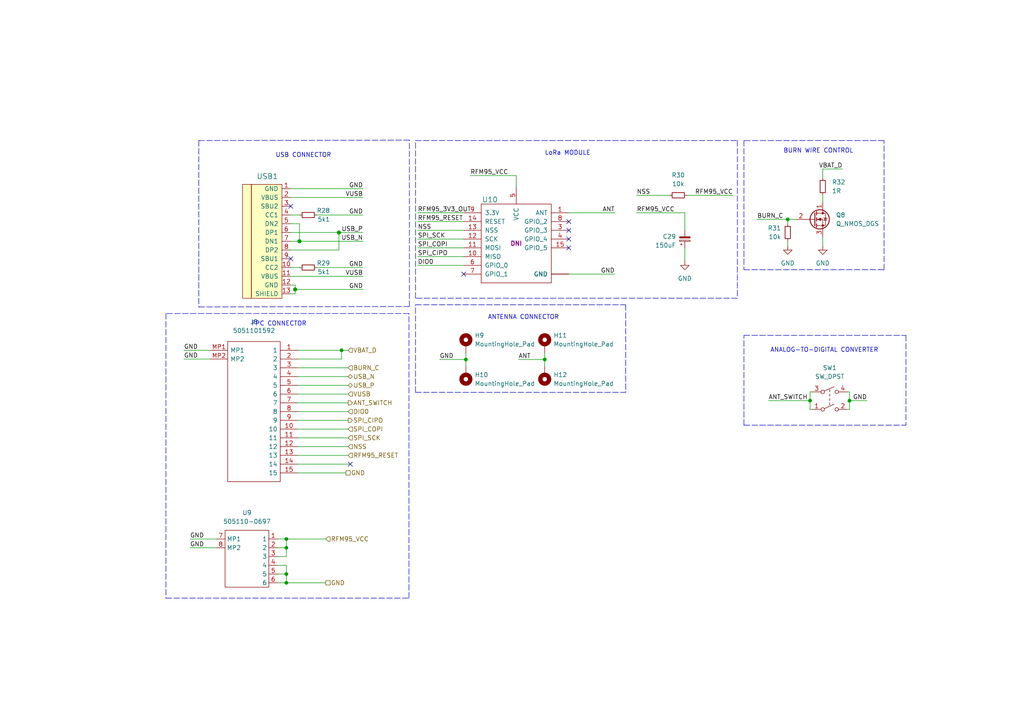
<source format=kicad_sch>
(kicad_sch (version 20211123) (generator eeschema)

  (uuid f5a245b0-19ba-4bdb-97f9-f7c74c9c9216)

  (paper "A4")

  (title_block
    (title "FZSatellite")
    (date "2022-10-21")
    (rev "2")
    (company "Fiozera - fiozera.com.br")
    (comment 1 "https://github.com/fiozera/FZsatellite")
    (comment 2 "Licensed under CERN-OHL-S v2 or later")
  )

  (lib_symbols
    (symbol "Device:C_Polarized_Small" (pin_numbers hide) (pin_names (offset 0.254) hide) (in_bom yes) (on_board yes)
      (property "Reference" "C" (id 0) (at 0.254 1.778 0)
        (effects (font (size 1.27 1.27)) (justify left))
      )
      (property "Value" "C_Polarized_Small" (id 1) (at 0.254 -2.032 0)
        (effects (font (size 1.27 1.27)) (justify left))
      )
      (property "Footprint" "" (id 2) (at 0 0 0)
        (effects (font (size 1.27 1.27)) hide)
      )
      (property "Datasheet" "~" (id 3) (at 0 0 0)
        (effects (font (size 1.27 1.27)) hide)
      )
      (property "ki_keywords" "cap capacitor" (id 4) (at 0 0 0)
        (effects (font (size 1.27 1.27)) hide)
      )
      (property "ki_description" "Polarized capacitor, small symbol" (id 5) (at 0 0 0)
        (effects (font (size 1.27 1.27)) hide)
      )
      (property "ki_fp_filters" "CP_*" (id 6) (at 0 0 0)
        (effects (font (size 1.27 1.27)) hide)
      )
      (symbol "C_Polarized_Small_0_1"
        (rectangle (start -1.524 -0.3048) (end 1.524 -0.6858)
          (stroke (width 0) (type default) (color 0 0 0 0))
          (fill (type outline))
        )
        (rectangle (start -1.524 0.6858) (end 1.524 0.3048)
          (stroke (width 0) (type default) (color 0 0 0 0))
          (fill (type none))
        )
        (polyline
          (pts
            (xy -1.27 1.524)
            (xy -0.762 1.524)
          )
          (stroke (width 0) (type default) (color 0 0 0 0))
          (fill (type none))
        )
        (polyline
          (pts
            (xy -1.016 1.27)
            (xy -1.016 1.778)
          )
          (stroke (width 0) (type default) (color 0 0 0 0))
          (fill (type none))
        )
      )
      (symbol "C_Polarized_Small_1_1"
        (pin passive line (at 0 2.54 270) (length 1.8542)
          (name "~" (effects (font (size 1.27 1.27))))
          (number "1" (effects (font (size 1.27 1.27))))
        )
        (pin passive line (at 0 -2.54 90) (length 1.8542)
          (name "~" (effects (font (size 1.27 1.27))))
          (number "2" (effects (font (size 1.27 1.27))))
        )
      )
    )
    (symbol "Device:Q_NMOS_DGS" (pin_names (offset 0) hide) (in_bom yes) (on_board yes)
      (property "Reference" "Q" (id 0) (at 5.08 1.27 0)
        (effects (font (size 1.27 1.27)) (justify left))
      )
      (property "Value" "Q_NMOS_DGS" (id 1) (at 5.08 -1.27 0)
        (effects (font (size 1.27 1.27)) (justify left))
      )
      (property "Footprint" "" (id 2) (at 5.08 2.54 0)
        (effects (font (size 1.27 1.27)) hide)
      )
      (property "Datasheet" "~" (id 3) (at 0 0 0)
        (effects (font (size 1.27 1.27)) hide)
      )
      (property "ki_keywords" "transistor NMOS N-MOS N-MOSFET" (id 4) (at 0 0 0)
        (effects (font (size 1.27 1.27)) hide)
      )
      (property "ki_description" "N-MOSFET transistor, drain/gate/source" (id 5) (at 0 0 0)
        (effects (font (size 1.27 1.27)) hide)
      )
      (symbol "Q_NMOS_DGS_0_1"
        (polyline
          (pts
            (xy 0.254 0)
            (xy -2.54 0)
          )
          (stroke (width 0) (type default) (color 0 0 0 0))
          (fill (type none))
        )
        (polyline
          (pts
            (xy 0.254 1.905)
            (xy 0.254 -1.905)
          )
          (stroke (width 0.254) (type default) (color 0 0 0 0))
          (fill (type none))
        )
        (polyline
          (pts
            (xy 0.762 -1.27)
            (xy 0.762 -2.286)
          )
          (stroke (width 0.254) (type default) (color 0 0 0 0))
          (fill (type none))
        )
        (polyline
          (pts
            (xy 0.762 0.508)
            (xy 0.762 -0.508)
          )
          (stroke (width 0.254) (type default) (color 0 0 0 0))
          (fill (type none))
        )
        (polyline
          (pts
            (xy 0.762 2.286)
            (xy 0.762 1.27)
          )
          (stroke (width 0.254) (type default) (color 0 0 0 0))
          (fill (type none))
        )
        (polyline
          (pts
            (xy 2.54 2.54)
            (xy 2.54 1.778)
          )
          (stroke (width 0) (type default) (color 0 0 0 0))
          (fill (type none))
        )
        (polyline
          (pts
            (xy 2.54 -2.54)
            (xy 2.54 0)
            (xy 0.762 0)
          )
          (stroke (width 0) (type default) (color 0 0 0 0))
          (fill (type none))
        )
        (polyline
          (pts
            (xy 0.762 -1.778)
            (xy 3.302 -1.778)
            (xy 3.302 1.778)
            (xy 0.762 1.778)
          )
          (stroke (width 0) (type default) (color 0 0 0 0))
          (fill (type none))
        )
        (polyline
          (pts
            (xy 1.016 0)
            (xy 2.032 0.381)
            (xy 2.032 -0.381)
            (xy 1.016 0)
          )
          (stroke (width 0) (type default) (color 0 0 0 0))
          (fill (type outline))
        )
        (polyline
          (pts
            (xy 2.794 0.508)
            (xy 2.921 0.381)
            (xy 3.683 0.381)
            (xy 3.81 0.254)
          )
          (stroke (width 0) (type default) (color 0 0 0 0))
          (fill (type none))
        )
        (polyline
          (pts
            (xy 3.302 0.381)
            (xy 2.921 -0.254)
            (xy 3.683 -0.254)
            (xy 3.302 0.381)
          )
          (stroke (width 0) (type default) (color 0 0 0 0))
          (fill (type none))
        )
        (circle (center 1.651 0) (radius 2.794)
          (stroke (width 0.254) (type default) (color 0 0 0 0))
          (fill (type none))
        )
        (circle (center 2.54 -1.778) (radius 0.254)
          (stroke (width 0) (type default) (color 0 0 0 0))
          (fill (type outline))
        )
        (circle (center 2.54 1.778) (radius 0.254)
          (stroke (width 0) (type default) (color 0 0 0 0))
          (fill (type outline))
        )
      )
      (symbol "Q_NMOS_DGS_1_1"
        (pin passive line (at 2.54 5.08 270) (length 2.54)
          (name "D" (effects (font (size 1.27 1.27))))
          (number "1" (effects (font (size 1.27 1.27))))
        )
        (pin input line (at -5.08 0 0) (length 2.54)
          (name "G" (effects (font (size 1.27 1.27))))
          (number "2" (effects (font (size 1.27 1.27))))
        )
        (pin passive line (at 2.54 -5.08 90) (length 2.54)
          (name "S" (effects (font (size 1.27 1.27))))
          (number "3" (effects (font (size 1.27 1.27))))
        )
      )
    )
    (symbol "Device:R_Small" (pin_numbers hide) (pin_names (offset 0.254) hide) (in_bom yes) (on_board yes)
      (property "Reference" "R" (id 0) (at 0.762 0.508 0)
        (effects (font (size 1.27 1.27)) (justify left))
      )
      (property "Value" "R_Small" (id 1) (at 0.762 -1.016 0)
        (effects (font (size 1.27 1.27)) (justify left))
      )
      (property "Footprint" "" (id 2) (at 0 0 0)
        (effects (font (size 1.27 1.27)) hide)
      )
      (property "Datasheet" "~" (id 3) (at 0 0 0)
        (effects (font (size 1.27 1.27)) hide)
      )
      (property "ki_keywords" "R resistor" (id 4) (at 0 0 0)
        (effects (font (size 1.27 1.27)) hide)
      )
      (property "ki_description" "Resistor, small symbol" (id 5) (at 0 0 0)
        (effects (font (size 1.27 1.27)) hide)
      )
      (property "ki_fp_filters" "R_*" (id 6) (at 0 0 0)
        (effects (font (size 1.27 1.27)) hide)
      )
      (symbol "R_Small_0_1"
        (rectangle (start -0.762 1.778) (end 0.762 -1.778)
          (stroke (width 0.2032) (type default) (color 0 0 0 0))
          (fill (type none))
        )
      )
      (symbol "R_Small_1_1"
        (pin passive line (at 0 2.54 270) (length 0.762)
          (name "~" (effects (font (size 1.27 1.27))))
          (number "1" (effects (font (size 1.27 1.27))))
        )
        (pin passive line (at 0 -2.54 90) (length 0.762)
          (name "~" (effects (font (size 1.27 1.27))))
          (number "2" (effects (font (size 1.27 1.27))))
        )
      )
    )
    (symbol "Fiozera:505110-0697" (in_bom yes) (on_board yes)
      (property "Reference" "U" (id 0) (at 0 0 0)
        (effects (font (size 1.27 1.27)))
      )
      (property "Value" "505110-0697" (id 1) (at 0 -2.54 0)
        (effects (font (size 1.27 1.27)))
      )
      (property "Footprint" "" (id 2) (at 0 0 0)
        (effects (font (size 1.27 1.27)) hide)
      )
      (property "Datasheet" "" (id 3) (at 0 0 0)
        (effects (font (size 1.27 1.27)) hide)
      )
      (symbol "505110-0697_0_1"
        (rectangle (start -6.35 -3.81) (end 6.35 -20.32)
          (stroke (width 0.1524) (type default) (color 0 0 0 0))
          (fill (type none))
        )
      )
      (symbol "505110-0697_1_1"
        (pin bidirectional line (at 8.89 -6.35 180) (length 2.54)
          (name "1" (effects (font (size 1.27 1.27))))
          (number "1" (effects (font (size 1.27 1.27))))
        )
        (pin bidirectional line (at 8.89 -8.89 180) (length 2.54)
          (name "2" (effects (font (size 1.27 1.27))))
          (number "2" (effects (font (size 1.27 1.27))))
        )
        (pin bidirectional line (at 8.89 -11.43 180) (length 2.54)
          (name "3" (effects (font (size 1.27 1.27))))
          (number "3" (effects (font (size 1.27 1.27))))
        )
        (pin bidirectional line (at 8.89 -13.97 180) (length 2.54)
          (name "4" (effects (font (size 1.27 1.27))))
          (number "4" (effects (font (size 1.27 1.27))))
        )
        (pin bidirectional line (at 8.89 -16.51 180) (length 2.54)
          (name "5" (effects (font (size 1.27 1.27))))
          (number "5" (effects (font (size 1.27 1.27))))
        )
        (pin bidirectional line (at 8.89 -19.05 180) (length 2.54)
          (name "6" (effects (font (size 1.27 1.27))))
          (number "6" (effects (font (size 1.27 1.27))))
        )
        (pin unspecified line (at -8.89 -6.35 0) (length 2.54)
          (name "MP1" (effects (font (size 1.27 1.27))))
          (number "7" (effects (font (size 1.27 1.27))))
        )
        (pin unspecified line (at -8.89 -8.89 0) (length 2.54)
          (name "MP2" (effects (font (size 1.27 1.27))))
          (number "8" (effects (font (size 1.27 1.27))))
        )
      )
    )
    (symbol "Mechanical:MountingHole_Pad" (pin_numbers hide) (pin_names (offset 1.016) hide) (in_bom yes) (on_board yes)
      (property "Reference" "H" (id 0) (at 0 6.35 0)
        (effects (font (size 1.27 1.27)))
      )
      (property "Value" "MountingHole_Pad" (id 1) (at 0 4.445 0)
        (effects (font (size 1.27 1.27)))
      )
      (property "Footprint" "" (id 2) (at 0 0 0)
        (effects (font (size 1.27 1.27)) hide)
      )
      (property "Datasheet" "~" (id 3) (at 0 0 0)
        (effects (font (size 1.27 1.27)) hide)
      )
      (property "ki_keywords" "mounting hole" (id 4) (at 0 0 0)
        (effects (font (size 1.27 1.27)) hide)
      )
      (property "ki_description" "Mounting Hole with connection" (id 5) (at 0 0 0)
        (effects (font (size 1.27 1.27)) hide)
      )
      (property "ki_fp_filters" "MountingHole*Pad*" (id 6) (at 0 0 0)
        (effects (font (size 1.27 1.27)) hide)
      )
      (symbol "MountingHole_Pad_0_1"
        (circle (center 0 1.27) (radius 1.27)
          (stroke (width 1.27) (type default) (color 0 0 0 0))
          (fill (type none))
        )
      )
      (symbol "MountingHole_Pad_1_1"
        (pin input line (at 0 -2.54 90) (length 2.54)
          (name "1" (effects (font (size 1.27 1.27))))
          (number "1" (effects (font (size 1.27 1.27))))
        )
      )
    )
    (symbol "SamacSys_Parts:5051101592" (pin_names (offset 0.762)) (in_bom yes) (on_board yes)
      (property "Reference" "J" (id 0) (at 21.59 7.62 0)
        (effects (font (size 1.27 1.27)) (justify left))
      )
      (property "Value" "5051101592" (id 1) (at 21.59 5.08 0)
        (effects (font (size 1.27 1.27)) (justify left))
      )
      (property "Footprint" "5051101592" (id 2) (at 21.59 2.54 0)
        (effects (font (size 1.27 1.27)) (justify left) hide)
      )
      (property "Datasheet" "https://www.arrow.com/en/products/505110-1592/molex" (id 3) (at 21.59 0 0)
        (effects (font (size 1.27 1.27)) (justify left) hide)
      )
      (property "Description" "Easy-On FFC/FPC Connector, 0.50mm Pitch, FD19 Series, Right-Angle, Bottom Contact, 1.90mm Height,  Circuits, Gold over Nickel Plating" (id 4) (at 21.59 -2.54 0)
        (effects (font (size 1.27 1.27)) (justify left) hide)
      )
      (property "Height" "2.1" (id 5) (at 21.59 -5.08 0)
        (effects (font (size 1.27 1.27)) (justify left) hide)
      )
      (property "Manufacturer_Name" "Molex" (id 6) (at 21.59 -7.62 0)
        (effects (font (size 1.27 1.27)) (justify left) hide)
      )
      (property "Manufacturer_Part_Number" "5051101592" (id 7) (at 21.59 -10.16 0)
        (effects (font (size 1.27 1.27)) (justify left) hide)
      )
      (property "Mouser Part Number" "" (id 8) (at 21.59 -12.7 0)
        (effects (font (size 1.27 1.27)) (justify left) hide)
      )
      (property "Mouser Price/Stock" "" (id 9) (at 21.59 -15.24 0)
        (effects (font (size 1.27 1.27)) (justify left) hide)
      )
      (property "Arrow Part Number" "5051101592" (id 10) (at 21.59 -17.78 0)
        (effects (font (size 1.27 1.27)) (justify left) hide)
      )
      (property "Arrow Price/Stock" "https://www.arrow.com/en/products/505110-1592/molex?region=nac" (id 11) (at 21.59 -20.32 0)
        (effects (font (size 1.27 1.27)) (justify left) hide)
      )
      (property "ki_description" "Easy-On FFC/FPC Connector, 0.50mm Pitch, FD19 Series, Right-Angle, Bottom Contact, 1.90mm Height,  Circuits, Gold over Nickel Plating" (id 12) (at 0 0 0)
        (effects (font (size 1.27 1.27)) hide)
      )
      (symbol "5051101592_0_0"
        (pin passive line (at 25.4 0 180) (length 5.08)
          (name "1" (effects (font (size 1.27 1.27))))
          (number "1" (effects (font (size 1.27 1.27))))
        )
        (pin passive line (at 25.4 -22.86 180) (length 5.08)
          (name "10" (effects (font (size 1.27 1.27))))
          (number "10" (effects (font (size 1.27 1.27))))
        )
        (pin passive line (at 25.4 -25.4 180) (length 5.08)
          (name "11" (effects (font (size 1.27 1.27))))
          (number "11" (effects (font (size 1.27 1.27))))
        )
        (pin passive line (at 25.4 -27.94 180) (length 5.08)
          (name "12" (effects (font (size 1.27 1.27))))
          (number "12" (effects (font (size 1.27 1.27))))
        )
        (pin passive line (at 25.4 -30.48 180) (length 5.08)
          (name "13" (effects (font (size 1.27 1.27))))
          (number "13" (effects (font (size 1.27 1.27))))
        )
        (pin passive line (at 25.4 -33.02 180) (length 5.08)
          (name "14" (effects (font (size 1.27 1.27))))
          (number "14" (effects (font (size 1.27 1.27))))
        )
        (pin passive line (at 25.4 -35.56 180) (length 5.08)
          (name "15" (effects (font (size 1.27 1.27))))
          (number "15" (effects (font (size 1.27 1.27))))
        )
        (pin passive line (at 25.4 -2.54 180) (length 5.08)
          (name "2" (effects (font (size 1.27 1.27))))
          (number "2" (effects (font (size 1.27 1.27))))
        )
        (pin passive line (at 25.4 -5.08 180) (length 5.08)
          (name "3" (effects (font (size 1.27 1.27))))
          (number "3" (effects (font (size 1.27 1.27))))
        )
        (pin passive line (at 25.4 -7.62 180) (length 5.08)
          (name "4" (effects (font (size 1.27 1.27))))
          (number "4" (effects (font (size 1.27 1.27))))
        )
        (pin passive line (at 25.4 -10.16 180) (length 5.08)
          (name "5" (effects (font (size 1.27 1.27))))
          (number "5" (effects (font (size 1.27 1.27))))
        )
        (pin passive line (at 25.4 -12.7 180) (length 5.08)
          (name "6" (effects (font (size 1.27 1.27))))
          (number "6" (effects (font (size 1.27 1.27))))
        )
        (pin passive line (at 25.4 -15.24 180) (length 5.08)
          (name "7" (effects (font (size 1.27 1.27))))
          (number "7" (effects (font (size 1.27 1.27))))
        )
        (pin passive line (at 25.4 -17.78 180) (length 5.08)
          (name "8" (effects (font (size 1.27 1.27))))
          (number "8" (effects (font (size 1.27 1.27))))
        )
        (pin passive line (at 25.4 -20.32 180) (length 5.08)
          (name "9" (effects (font (size 1.27 1.27))))
          (number "9" (effects (font (size 1.27 1.27))))
        )
        (pin passive line (at 0 0 0) (length 5.08)
          (name "MP1" (effects (font (size 1.27 1.27))))
          (number "MP1" (effects (font (size 1.27 1.27))))
        )
        (pin passive line (at 0 -2.54 0) (length 5.08)
          (name "MP2" (effects (font (size 1.27 1.27))))
          (number "MP2" (effects (font (size 1.27 1.27))))
        )
      )
      (symbol "5051101592_0_1"
        (polyline
          (pts
            (xy 5.08 2.54)
            (xy 20.32 2.54)
            (xy 20.32 -38.1)
            (xy 5.08 -38.1)
            (xy 5.08 2.54)
          )
          (stroke (width 0.1524) (type default) (color 0 0 0 0))
          (fill (type none))
        )
      )
    )
    (symbol "Switch:SW_DPST" (pin_names (offset 0) hide) (in_bom yes) (on_board yes)
      (property "Reference" "SW" (id 0) (at 0 5.08 0)
        (effects (font (size 1.27 1.27)))
      )
      (property "Value" "SW_DPST" (id 1) (at 0 -5.08 0)
        (effects (font (size 1.27 1.27)))
      )
      (property "Footprint" "" (id 2) (at 0 0 0)
        (effects (font (size 1.27 1.27)) hide)
      )
      (property "Datasheet" "~" (id 3) (at 0 0 0)
        (effects (font (size 1.27 1.27)) hide)
      )
      (property "ki_keywords" "switch dual double-pole single-throw OFF-ON" (id 4) (at 0 0 0)
        (effects (font (size 1.27 1.27)) hide)
      )
      (property "ki_description" "Double Pole Single Throw (DPST) Switch" (id 5) (at 0 0 0)
        (effects (font (size 1.27 1.27)) hide)
      )
      (symbol "SW_DPST_0_0"
        (circle (center -2.032 -2.54) (radius 0.508)
          (stroke (width 0) (type default) (color 0 0 0 0))
          (fill (type none))
        )
        (circle (center -2.032 2.54) (radius 0.508)
          (stroke (width 0) (type default) (color 0 0 0 0))
          (fill (type none))
        )
        (polyline
          (pts
            (xy -1.524 -2.286)
            (xy 1.27 -1.016)
          )
          (stroke (width 0) (type default) (color 0 0 0 0))
          (fill (type none))
        )
        (polyline
          (pts
            (xy -1.524 2.794)
            (xy 1.27 4.064)
          )
          (stroke (width 0) (type default) (color 0 0 0 0))
          (fill (type none))
        )
        (polyline
          (pts
            (xy 0 -1.27)
            (xy 0 -0.635)
          )
          (stroke (width 0) (type default) (color 0 0 0 0))
          (fill (type none))
        )
        (polyline
          (pts
            (xy 0 0)
            (xy 0 0.635)
          )
          (stroke (width 0) (type default) (color 0 0 0 0))
          (fill (type none))
        )
        (polyline
          (pts
            (xy 0 1.27)
            (xy 0 1.905)
          )
          (stroke (width 0) (type default) (color 0 0 0 0))
          (fill (type none))
        )
        (polyline
          (pts
            (xy 0 2.54)
            (xy 0 3.175)
          )
          (stroke (width 0) (type default) (color 0 0 0 0))
          (fill (type none))
        )
        (circle (center 2.032 -2.54) (radius 0.508)
          (stroke (width 0) (type default) (color 0 0 0 0))
          (fill (type none))
        )
        (circle (center 2.032 2.54) (radius 0.508)
          (stroke (width 0) (type default) (color 0 0 0 0))
          (fill (type none))
        )
      )
      (symbol "SW_DPST_1_1"
        (pin passive line (at -5.08 -2.54 0) (length 2.54)
          (name "1" (effects (font (size 1.27 1.27))))
          (number "1" (effects (font (size 1.27 1.27))))
        )
        (pin passive line (at 5.08 -2.54 180) (length 2.54)
          (name "2" (effects (font (size 1.27 1.27))))
          (number "2" (effects (font (size 1.27 1.27))))
        )
        (pin passive line (at -5.08 2.54 0) (length 2.54)
          (name "3" (effects (font (size 1.27 1.27))))
          (number "3" (effects (font (size 1.27 1.27))))
        )
        (pin passive line (at 5.08 2.54 180) (length 2.54)
          (name "4" (effects (font (size 1.27 1.27))))
          (number "4" (effects (font (size 1.27 1.27))))
        )
      )
    )
    (symbol "Type-C:HRO-TYPE-C-31-M-12" (pin_names (offset 1.016)) (in_bom yes) (on_board yes)
      (property "Reference" "USB" (id 0) (at -5.08 16.51 0)
        (effects (font (size 1.524 1.524)))
      )
      (property "Value" "HRO-TYPE-C-31-M-12" (id 1) (at -10.16 -1.27 90)
        (effects (font (size 1.524 1.524)))
      )
      (property "Footprint" "" (id 2) (at 0 0 0)
        (effects (font (size 1.524 1.524)) hide)
      )
      (property "Datasheet" "" (id 3) (at 0 0 0)
        (effects (font (size 1.524 1.524)) hide)
      )
      (symbol "HRO-TYPE-C-31-M-12_0_1"
        (rectangle (start -11.43 15.24) (end -8.89 -17.78)
          (stroke (width 0) (type default) (color 0 0 0 0))
          (fill (type background))
        )
        (rectangle (start 0 -17.78) (end -8.89 15.24)
          (stroke (width 0) (type default) (color 0 0 0 0))
          (fill (type background))
        )
      )
      (symbol "HRO-TYPE-C-31-M-12_1_1"
        (pin input line (at 2.54 13.97 180) (length 2.54)
          (name "GND" (effects (font (size 1.27 1.27))))
          (number "1" (effects (font (size 1.27 1.27))))
        )
        (pin input line (at 2.54 -8.89 180) (length 2.54)
          (name "CC2" (effects (font (size 1.27 1.27))))
          (number "10" (effects (font (size 1.27 1.27))))
        )
        (pin input line (at 2.54 -11.43 180) (length 2.54)
          (name "VBUS" (effects (font (size 1.27 1.27))))
          (number "11" (effects (font (size 1.27 1.27))))
        )
        (pin input line (at 2.54 -13.97 180) (length 2.54)
          (name "GND" (effects (font (size 1.27 1.27))))
          (number "12" (effects (font (size 1.27 1.27))))
        )
        (pin input line (at 2.54 -16.51 180) (length 2.54)
          (name "SHIELD" (effects (font (size 1.27 1.27))))
          (number "13" (effects (font (size 1.27 1.27))))
        )
        (pin input line (at 2.54 11.43 180) (length 2.54)
          (name "VBUS" (effects (font (size 1.27 1.27))))
          (number "2" (effects (font (size 1.27 1.27))))
        )
        (pin input line (at 2.54 8.89 180) (length 2.54)
          (name "SBU2" (effects (font (size 1.27 1.27))))
          (number "3" (effects (font (size 1.27 1.27))))
        )
        (pin input line (at 2.54 6.35 180) (length 2.54)
          (name "CC1" (effects (font (size 1.27 1.27))))
          (number "4" (effects (font (size 1.27 1.27))))
        )
        (pin input line (at 2.54 3.81 180) (length 2.54)
          (name "DN2" (effects (font (size 1.27 1.27))))
          (number "5" (effects (font (size 1.27 1.27))))
        )
        (pin input line (at 2.54 1.27 180) (length 2.54)
          (name "DP1" (effects (font (size 1.27 1.27))))
          (number "6" (effects (font (size 1.27 1.27))))
        )
        (pin input line (at 2.54 -1.27 180) (length 2.54)
          (name "DN1" (effects (font (size 1.27 1.27))))
          (number "7" (effects (font (size 1.27 1.27))))
        )
        (pin input line (at 2.54 -3.81 180) (length 2.54)
          (name "DP2" (effects (font (size 1.27 1.27))))
          (number "8" (effects (font (size 1.27 1.27))))
        )
        (pin input line (at 2.54 -6.35 180) (length 2.54)
          (name "SBU1" (effects (font (size 1.27 1.27))))
          (number "9" (effects (font (size 1.27 1.27))))
        )
      )
    )
    (symbol "mainboard:RFM98PW" (pin_names (offset 1.016)) (in_bom yes) (on_board yes)
      (property "Reference" "U" (id 0) (at -7.62 10.16 0)
        (effects (font (size 1.4986 1.4986)) (justify left bottom))
      )
      (property "Value" "RFM98PW" (id 1) (at 2.54 -11.43 0)
        (effects (font (size 1.27 1.27)) hide)
      )
      (property "Footprint" "custom-footprints:RFM95PW" (id 2) (at 2.54 -13.97 0)
        (effects (font (size 1.27 1.27)) hide)
      )
      (property "Datasheet" "" (id 3) (at 0 0 0)
        (effects (font (size 1.27 1.27)) hide)
      )
      (symbol "RFM98PW_0_0"
        (pin bidirectional line (at 17.78 -10.16 180) (length 5.08) hide
          (name "GND" (effects (font (size 1.27 1.27))))
          (number "17" (effects (font (size 1.27 1.27))))
        )
        (pin bidirectional line (at 2.54 15.24 270) (length 5.08)
          (name "VCC" (effects (font (size 1.27 1.27))))
          (number "5" (effects (font (size 1.27 1.27))))
        )
      )
      (symbol "RFM98PW_1_0"
        (polyline
          (pts
            (xy -7.62 -12.7)
            (xy -7.62 10.16)
          )
          (stroke (width 0) (type default) (color 0 0 0 0))
          (fill (type none))
        )
        (polyline
          (pts
            (xy -7.62 10.16)
            (xy 12.7 10.16)
          )
          (stroke (width 0) (type default) (color 0 0 0 0))
          (fill (type none))
        )
        (polyline
          (pts
            (xy 12.7 -12.7)
            (xy -7.62 -12.7)
          )
          (stroke (width 0) (type default) (color 0 0 0 0))
          (fill (type none))
        )
        (polyline
          (pts
            (xy 12.7 10.16)
            (xy 12.7 -12.7)
          )
          (stroke (width 0) (type default) (color 0 0 0 0))
          (fill (type none))
        )
        (pin bidirectional line (at 17.78 7.62 180) (length 5.08)
          (name "ANT" (effects (font (size 1.27 1.27))))
          (number "1" (effects (font (size 1.27 1.27))))
        )
        (pin bidirectional line (at -12.7 -5.08 0) (length 5.08)
          (name "MISO" (effects (font (size 1.27 1.27))))
          (number "10" (effects (font (size 1.27 1.27))))
        )
        (pin bidirectional line (at -12.7 -2.54 0) (length 5.08)
          (name "MOSI" (effects (font (size 1.27 1.27))))
          (number "11" (effects (font (size 1.27 1.27))))
        )
        (pin bidirectional line (at -12.7 0 0) (length 5.08)
          (name "SCK" (effects (font (size 1.27 1.27))))
          (number "12" (effects (font (size 1.27 1.27))))
        )
        (pin bidirectional line (at -12.7 2.54 0) (length 5.08)
          (name "NSS" (effects (font (size 1.27 1.27))))
          (number "13" (effects (font (size 1.27 1.27))))
        )
        (pin bidirectional line (at -12.7 5.08 0) (length 5.08)
          (name "RESET" (effects (font (size 1.27 1.27))))
          (number "14" (effects (font (size 1.27 1.27))))
        )
        (pin bidirectional line (at 17.78 -2.54 180) (length 5.08)
          (name "GPIO_5" (effects (font (size 1.27 1.27))))
          (number "15" (effects (font (size 1.27 1.27))))
        )
        (pin bidirectional line (at 17.78 -10.16 180) (length 5.08)
          (name "GND" (effects (font (size 1.27 1.27))))
          (number "16" (effects (font (size 0 0))))
        )
        (pin bidirectional line (at 17.78 -10.16 180) (length 5.08)
          (name "GND" (effects (font (size 1.27 1.27))))
          (number "2" (effects (font (size 0 0))))
        )
        (pin bidirectional line (at 17.78 2.54 180) (length 5.08)
          (name "GPIO_3" (effects (font (size 1.27 1.27))))
          (number "3" (effects (font (size 1.27 1.27))))
        )
        (pin bidirectional line (at 17.78 0 180) (length 5.08)
          (name "GPIO_4" (effects (font (size 1.27 1.27))))
          (number "4" (effects (font (size 1.27 1.27))))
        )
        (pin bidirectional line (at -12.7 -7.62 0) (length 5.08)
          (name "GPIO_0" (effects (font (size 1.27 1.27))))
          (number "6" (effects (font (size 1.27 1.27))))
        )
        (pin bidirectional line (at -12.7 -10.16 0) (length 5.08)
          (name "GPIO_1" (effects (font (size 1.27 1.27))))
          (number "7" (effects (font (size 1.27 1.27))))
        )
        (pin bidirectional line (at 17.78 5.08 180) (length 5.08)
          (name "GPIO_2" (effects (font (size 1.27 1.27))))
          (number "8" (effects (font (size 1.27 1.27))))
        )
        (pin power_in line (at -12.7 7.62 0) (length 5.08)
          (name "3.3V" (effects (font (size 1.27 1.27))))
          (number "9" (effects (font (size 1.27 1.27))))
        )
      )
    )
    (symbol "power:GND" (power) (pin_names (offset 0)) (in_bom yes) (on_board yes)
      (property "Reference" "#PWR" (id 0) (at 0 -6.35 0)
        (effects (font (size 1.27 1.27)) hide)
      )
      (property "Value" "GND" (id 1) (at 0 -3.81 0)
        (effects (font (size 1.27 1.27)))
      )
      (property "Footprint" "" (id 2) (at 0 0 0)
        (effects (font (size 1.27 1.27)) hide)
      )
      (property "Datasheet" "" (id 3) (at 0 0 0)
        (effects (font (size 1.27 1.27)) hide)
      )
      (property "ki_keywords" "power-flag" (id 4) (at 0 0 0)
        (effects (font (size 1.27 1.27)) hide)
      )
      (property "ki_description" "Power symbol creates a global label with name \"GND\" , ground" (id 5) (at 0 0 0)
        (effects (font (size 1.27 1.27)) hide)
      )
      (symbol "GND_0_1"
        (polyline
          (pts
            (xy 0 0)
            (xy 0 -1.27)
            (xy 1.27 -1.27)
            (xy 0 -2.54)
            (xy -1.27 -1.27)
            (xy 0 -1.27)
          )
          (stroke (width 0) (type default) (color 0 0 0 0))
          (fill (type none))
        )
      )
      (symbol "GND_1_1"
        (pin power_in line (at 0 0 270) (length 0) hide
          (name "GND" (effects (font (size 1.27 1.27))))
          (number "1" (effects (font (size 1.27 1.27))))
        )
      )
    )
  )

  (junction (at 83.058 156.337) (diameter 0) (color 0 0 0 0)
    (uuid 3250d4be-7803-47f5-99e8-d141c4e370a3)
  )
  (junction (at 86.868 69.977) (diameter 1.016) (color 0 0 0 0)
    (uuid 3ebb81db-e30c-4bf0-a85c-25d8e1bf97ec)
  )
  (junction (at 98.298 67.437) (diameter 1.016) (color 0 0 0 0)
    (uuid 3f12ea65-8140-4f53-b1ec-71cd10333b68)
  )
  (junction (at 83.058 166.497) (diameter 0) (color 0 0 0 0)
    (uuid 51104978-c65d-4b6f-8a3f-d5357a3db3ea)
  )
  (junction (at 228.473 63.627) (diameter 0) (color 0 0 0 0)
    (uuid 6b1fc611-22af-4037-b282-b5541f1a598b)
  )
  (junction (at 157.988 104.267) (diameter 0) (color 0 0 0 0)
    (uuid 77e32e36-6ff3-40bb-a9ae-48ff717f4e9b)
  )
  (junction (at 246.38 116.205) (diameter 0) (color 0 0 0 0)
    (uuid 855b35b6-db59-402c-a090-f49c0e469e7b)
  )
  (junction (at 85.598 83.947) (diameter 1.016) (color 0 0 0 0)
    (uuid 9d32f1a5-a73c-4a27-9095-eb1bcbe67450)
  )
  (junction (at 83.058 169.037) (diameter 0) (color 0 0 0 0)
    (uuid cd82d3af-c836-43af-b85b-41f63a41c2f0)
  )
  (junction (at 99.06 101.6) (diameter 0) (color 0 0 0 0)
    (uuid d82f4bb0-e56a-430b-bb82-4d466349f48c)
  )
  (junction (at 135.128 104.267) (diameter 0) (color 0 0 0 0)
    (uuid dedb81e8-2079-422f-8bdc-73439b8ca3d7)
  )
  (junction (at 83.058 158.877) (diameter 0) (color 0 0 0 0)
    (uuid eadbf06d-1c12-4476-a67f-0b66e2efefff)
  )
  (junction (at 234.95 116.205) (diameter 0) (color 0 0 0 0)
    (uuid f645ccfe-e370-4e5a-84da-2fa96389a970)
  )

  (no_connect (at 164.973 69.342) (uuid 091c71d7-e3c1-4d3a-b899-8cb2abac608a))
  (no_connect (at 134.493 79.502) (uuid 19d2f90a-fff1-4a96-969a-f5f762368f60))
  (no_connect (at 84.328 59.817) (uuid 6a8c1603-9ec9-4ee6-bc17-6c70c4d422c7))
  (no_connect (at 164.973 71.882) (uuid 7ecf0f7e-1a45-4069-b119-654c50003e04))
  (no_connect (at 164.973 64.262) (uuid b45edd50-86d0-4b7b-bb21-6a0567a7990b))
  (no_connect (at 101.6 134.62) (uuid c7256f11-f189-477f-9804-752ec5e0c3c2))
  (no_connect (at 164.973 66.802) (uuid d3381509-c7a6-4991-aa41-4a90850947f6))
  (no_connect (at 84.328 75.057) (uuid dea9f638-248b-47c9-8b9a-ec5d19f0775c))

  (wire (pts (xy 86.36 134.62) (xy 101.6 134.62))
    (stroke (width 0) (type default) (color 0 0 0 0))
    (uuid 066961c7-bfee-4bb7-a1bc-7881eee6e1bf)
  )
  (wire (pts (xy 80.518 156.337) (xy 83.058 156.337))
    (stroke (width 0) (type default) (color 0 0 0 0))
    (uuid 0776a3b6-a5f1-432d-9812-430a0d7a3e78)
  )
  (wire (pts (xy 86.868 69.977) (xy 105.283 69.977))
    (stroke (width 0) (type solid) (color 0 0 0 0))
    (uuid 07af966c-1192-4ba7-b49a-ca0df821e531)
  )
  (polyline (pts (xy 262.763 97.282) (xy 262.763 123.317))
    (stroke (width 0) (type default) (color 0 0 0 0))
    (uuid 0825f8b3-fe1e-4659-b32a-983a5e0cc2cc)
  )
  (polyline (pts (xy 118.618 173.482) (xy 118.618 90.932))
    (stroke (width 0) (type default) (color 0 0 0 0))
    (uuid 0b677ca9-4ded-4269-bc39-d34e58993d46)
  )

  (wire (pts (xy 135.128 106.172) (xy 135.128 104.267))
    (stroke (width 0) (type default) (color 0 0 0 0))
    (uuid 0d9fd05a-7d73-4ec4-b1c4-bab774571667)
  )
  (wire (pts (xy 83.058 166.497) (xy 83.058 163.957))
    (stroke (width 0) (type default) (color 0 0 0 0))
    (uuid 0dba27fe-e72e-4057-b55c-cc33f56cb136)
  )
  (wire (pts (xy 86.36 121.92) (xy 100.965 121.92))
    (stroke (width 0) (type default) (color 0 0 0 0))
    (uuid 0e84bae8-3496-461d-ad30-3be91cf0657f)
  )
  (wire (pts (xy 127.508 104.267) (xy 135.128 104.267))
    (stroke (width 0) (type default) (color 0 0 0 0))
    (uuid 0f16dd07-3c18-4ba6-92fc-111227cbeda4)
  )
  (wire (pts (xy 238.633 49.022) (xy 244.348 49.022))
    (stroke (width 0) (type default) (color 0 0 0 0))
    (uuid 11e41561-5c4f-4d61-866d-062cf4f4a7e3)
  )
  (wire (pts (xy 184.658 56.642) (xy 194.183 56.642))
    (stroke (width 0) (type default) (color 0 0 0 0))
    (uuid 1209638f-e15a-442e-bf79-0e56f0899bb6)
  )
  (wire (pts (xy 84.328 80.137) (xy 105.283 80.137))
    (stroke (width 0) (type solid) (color 0 0 0 0))
    (uuid 1244de37-8371-4d36-9f13-239ed45eba9a)
  )
  (wire (pts (xy 86.36 106.68) (xy 100.965 106.68))
    (stroke (width 0) (type default) (color 0 0 0 0))
    (uuid 14eb86c9-8335-497a-a89e-c42f5b797b56)
  )
  (wire (pts (xy 85.598 82.677) (xy 85.598 83.947))
    (stroke (width 0) (type solid) (color 0 0 0 0))
    (uuid 1541e731-70a1-42c5-8bfc-550b2da296cb)
  )
  (wire (pts (xy 121.158 64.262) (xy 134.493 64.262))
    (stroke (width 0) (type default) (color 0 0 0 0))
    (uuid 16f654ca-9426-4432-9110-56ca51b6945d)
  )
  (wire (pts (xy 86.36 104.14) (xy 99.06 104.14))
    (stroke (width 0) (type default) (color 0 0 0 0))
    (uuid 17664621-94e7-49f4-9eb7-156cba47c1e8)
  )
  (wire (pts (xy 84.328 67.437) (xy 98.298 67.437))
    (stroke (width 0) (type solid) (color 0 0 0 0))
    (uuid 1a88db01-98a6-4e75-b04d-90af7cc08b70)
  )
  (wire (pts (xy 84.328 64.897) (xy 86.868 64.897))
    (stroke (width 0) (type solid) (color 0 0 0 0))
    (uuid 23892cb5-9942-4823-98a2-a8f8752b3b74)
  )
  (polyline (pts (xy 120.523 113.792) (xy 181.483 113.792))
    (stroke (width 0) (type default) (color 0 0 0 0))
    (uuid 27953a9f-0c64-4be2-ba82-7af8768a2140)
  )

  (wire (pts (xy 85.598 83.947) (xy 105.283 83.947))
    (stroke (width 0) (type solid) (color 0 0 0 0))
    (uuid 284bc168-d7a7-47d5-a236-7cd661c623f5)
  )
  (polyline (pts (xy 256.413 40.767) (xy 215.773 40.767))
    (stroke (width 0) (type default) (color 0 0 0 0))
    (uuid 2a875878-c963-454d-978e-ed12a086e283)
  )

  (wire (pts (xy 184.658 61.722) (xy 198.628 61.722))
    (stroke (width 0) (type default) (color 0 0 0 0))
    (uuid 2bdc28ba-81a1-468e-bca0-2f5c6fb8f1b6)
  )
  (wire (pts (xy 135.128 102.362) (xy 135.128 104.267))
    (stroke (width 0) (type default) (color 0 0 0 0))
    (uuid 2c4cdfd3-040c-4319-a8cd-b2d38df6235a)
  )
  (wire (pts (xy 228.473 63.627) (xy 228.473 64.897))
    (stroke (width 0) (type default) (color 0 0 0 0))
    (uuid 2c84ca0e-a9f8-43a5-a81f-8e2fec58e2ac)
  )
  (wire (pts (xy 86.36 132.08) (xy 100.965 132.08))
    (stroke (width 0) (type default) (color 0 0 0 0))
    (uuid 2f8c57a6-58c0-4c79-8b92-f25030eab920)
  )
  (wire (pts (xy 134.493 76.962) (xy 121.158 76.962))
    (stroke (width 0) (type solid) (color 0 0 0 0))
    (uuid 32e87377-d68f-4cd9-b39f-63dfb710bf5a)
  )
  (wire (pts (xy 83.058 158.877) (xy 83.058 156.337))
    (stroke (width 0) (type default) (color 0 0 0 0))
    (uuid 3339aab0-83ef-491f-a48a-3c8b2ce6f0d7)
  )
  (polyline (pts (xy 118.745 88.9) (xy 118.745 40.64))
    (stroke (width 0) (type default) (color 0 0 0 0))
    (uuid 33c6df11-89ae-4193-b239-acd517fdf149)
  )

  (wire (pts (xy 55.118 156.337) (xy 62.738 156.337))
    (stroke (width 0) (type default) (color 0 0 0 0))
    (uuid 36cd8720-0aff-4276-830c-e835406d05b2)
  )
  (wire (pts (xy 121.158 61.722) (xy 134.493 61.722))
    (stroke (width 0) (type default) (color 0 0 0 0))
    (uuid 37f3f701-afd3-4d98-900c-9d27736aa3ed)
  )
  (wire (pts (xy 86.36 124.46) (xy 100.965 124.46))
    (stroke (width 0) (type default) (color 0 0 0 0))
    (uuid 38cf3a4c-7bcf-4efb-aff0-53ca23ee9cd3)
  )
  (wire (pts (xy 150.368 104.267) (xy 157.988 104.267))
    (stroke (width 0) (type default) (color 0 0 0 0))
    (uuid 38fc04a0-d736-42e0-a0d2-d8ab850ee19a)
  )
  (wire (pts (xy 105.283 62.357) (xy 91.948 62.357))
    (stroke (width 0) (type solid) (color 0 0 0 0))
    (uuid 3ca3ace1-a25a-477e-8029-def7ddde9fc7)
  )
  (wire (pts (xy 53.34 101.6) (xy 60.96 101.6))
    (stroke (width 0) (type default) (color 0 0 0 0))
    (uuid 3d87910e-8121-4559-9ffa-b452f7039ba2)
  )
  (wire (pts (xy 84.328 77.597) (xy 86.868 77.597))
    (stroke (width 0) (type solid) (color 0 0 0 0))
    (uuid 3f8cab26-8a02-4df3-b7ca-c956dea7ad98)
  )
  (wire (pts (xy 84.328 82.677) (xy 85.598 82.677))
    (stroke (width 0) (type solid) (color 0 0 0 0))
    (uuid 491c81d5-f91a-4331-9480-341dd74797f8)
  )
  (wire (pts (xy 99.06 104.14) (xy 99.06 101.6))
    (stroke (width 0) (type default) (color 0 0 0 0))
    (uuid 495ac9bc-0b81-4828-90be-92942e1afdbc)
  )
  (wire (pts (xy 83.058 169.037) (xy 94.488 169.037))
    (stroke (width 0) (type default) (color 0 0 0 0))
    (uuid 4bbc34cd-32e5-4722-bc55-497b1dd3f6cd)
  )
  (wire (pts (xy 62.738 158.877) (xy 55.118 158.877))
    (stroke (width 0) (type default) (color 0 0 0 0))
    (uuid 4c6b0e15-d47f-4420-a859-21bc429bd5bd)
  )
  (wire (pts (xy 86.36 111.76) (xy 100.965 111.76))
    (stroke (width 0) (type default) (color 0 0 0 0))
    (uuid 4d41ebab-09d9-48a5-be89-3d1d1d6a7ced)
  )
  (wire (pts (xy 121.158 69.342) (xy 134.493 69.342))
    (stroke (width 0) (type default) (color 0 0 0 0))
    (uuid 4d471628-cee6-48d5-853f-419992e903ee)
  )
  (polyline (pts (xy 213.868 86.487) (xy 120.523 86.487))
    (stroke (width 0) (type default) (color 0 0 0 0))
    (uuid 4ddbf971-7040-4078-b9b6-6a026cc4975c)
  )

  (wire (pts (xy 85.598 85.217) (xy 84.328 85.217))
    (stroke (width 0) (type solid) (color 0 0 0 0))
    (uuid 5200db5e-bb38-44ca-8533-ca33237b4bf7)
  )
  (wire (pts (xy 80.518 169.037) (xy 83.058 169.037))
    (stroke (width 0) (type default) (color 0 0 0 0))
    (uuid 554b0337-5611-494a-abf6-40df0bb32cdc)
  )
  (wire (pts (xy 164.973 61.722) (xy 178.308 61.722))
    (stroke (width 0) (type solid) (color 0 0 0 0))
    (uuid 5612dbda-18ca-4aa9-aac2-64c0fafe02c2)
  )
  (wire (pts (xy 80.518 166.497) (xy 83.058 166.497))
    (stroke (width 0) (type default) (color 0 0 0 0))
    (uuid 5b0b71fd-39f5-4b35-9435-954c3cf3d3ea)
  )
  (wire (pts (xy 246.38 116.205) (xy 246.38 118.745))
    (stroke (width 0) (type default) (color 0 0 0 0))
    (uuid 5b92197a-23c2-4970-af23-4b62607d03b2)
  )
  (polyline (pts (xy 57.658 89.027) (xy 118.745 88.9))
    (stroke (width 0) (type default) (color 0 0 0 0))
    (uuid 5d0982e0-a5b2-4931-a6ec-ffd3dfc6fa01)
  )

  (wire (pts (xy 198.628 61.722) (xy 198.628 66.802))
    (stroke (width 0) (type default) (color 0 0 0 0))
    (uuid 5e8c4d00-2366-42cd-92dc-ea539b27e05a)
  )
  (wire (pts (xy 238.633 51.562) (xy 238.633 49.022))
    (stroke (width 0) (type default) (color 0 0 0 0))
    (uuid 606486eb-ba8b-4810-a323-4cd52cc7de91)
  )
  (wire (pts (xy 80.518 161.417) (xy 83.058 161.417))
    (stroke (width 0) (type default) (color 0 0 0 0))
    (uuid 6253d202-2272-49e6-82a2-87c640101b87)
  )
  (wire (pts (xy 98.298 67.437) (xy 105.283 67.437))
    (stroke (width 0) (type solid) (color 0 0 0 0))
    (uuid 650555d6-7767-4341-afdc-a12fb7714461)
  )
  (wire (pts (xy 121.158 66.802) (xy 134.493 66.802))
    (stroke (width 0) (type default) (color 0 0 0 0))
    (uuid 66bffb47-8598-44ad-b5f5-1bbfde5b50a1)
  )
  (wire (pts (xy 86.36 101.6) (xy 99.06 101.6))
    (stroke (width 0) (type default) (color 0 0 0 0))
    (uuid 70bab9c0-730e-4ec0-8363-0427dbef42bb)
  )
  (wire (pts (xy 86.36 137.16) (xy 100.33 137.16))
    (stroke (width 0) (type default) (color 0 0 0 0))
    (uuid 718cab42-c353-4e40-9d13-53ec599d0616)
  )
  (wire (pts (xy 80.518 158.877) (xy 83.058 158.877))
    (stroke (width 0) (type default) (color 0 0 0 0))
    (uuid 72f5715d-e83f-4f17-b3c7-a88ddad8c207)
  )
  (polyline (pts (xy 256.413 78.232) (xy 256.413 40.767))
    (stroke (width 0) (type default) (color 0 0 0 0))
    (uuid 74228c93-8c4d-4119-92f3-36d3ed43937e)
  )

  (wire (pts (xy 235.585 113.665) (xy 234.95 113.665))
    (stroke (width 0) (type default) (color 0 0 0 0))
    (uuid 77ebffe9-c7ed-479b-97c8-25659bca65e4)
  )
  (polyline (pts (xy 57.658 40.767) (xy 57.658 89.027))
    (stroke (width 0) (type default) (color 0 0 0 0))
    (uuid 7aee228c-e996-4952-854a-b090fcd0b157)
  )
  (polyline (pts (xy 120.523 86.487) (xy 120.523 40.767))
    (stroke (width 0) (type default) (color 0 0 0 0))
    (uuid 7fc79844-7342-4222-b99e-d47590d8f1d2)
  )
  (polyline (pts (xy 215.773 40.767) (xy 215.773 78.232))
    (stroke (width 0) (type default) (color 0 0 0 0))
    (uuid 813e0770-c764-4741-9a45-673f31df4045)
  )

  (wire (pts (xy 238.633 68.707) (xy 238.633 71.247))
    (stroke (width 0) (type default) (color 0 0 0 0))
    (uuid 8417fad7-ad31-4dbd-a511-7d214f2c6e3f)
  )
  (wire (pts (xy 84.328 69.977) (xy 86.868 69.977))
    (stroke (width 0) (type solid) (color 0 0 0 0))
    (uuid 891a81e3-c120-46b5-b5ea-b03c282e965b)
  )
  (polyline (pts (xy 213.868 40.767) (xy 213.868 86.487))
    (stroke (width 0) (type default) (color 0 0 0 0))
    (uuid 891d65d0-7073-49d8-92d2-28a203a7c91b)
  )

  (wire (pts (xy 164.973 79.502) (xy 178.308 79.502))
    (stroke (width 0) (type solid) (color 0 0 0 0))
    (uuid 8f1947af-dd68-4cab-b699-3ec84498d65c)
  )
  (polyline (pts (xy 120.523 40.767) (xy 213.868 40.767))
    (stroke (width 0) (type default) (color 0 0 0 0))
    (uuid 905f0e29-65eb-4dd4-a36a-6e749fdc787c)
  )

  (wire (pts (xy 86.868 62.357) (xy 84.328 62.357))
    (stroke (width 0) (type solid) (color 0 0 0 0))
    (uuid 95c8b972-7d14-49d5-93f0-9a0cdbaefcc9)
  )
  (wire (pts (xy 86.36 114.3) (xy 100.965 114.3))
    (stroke (width 0) (type default) (color 0 0 0 0))
    (uuid 96948b9a-0776-4886-a96f-5327b66cd675)
  )
  (wire (pts (xy 80.518 163.957) (xy 83.058 163.957))
    (stroke (width 0) (type default) (color 0 0 0 0))
    (uuid 96a17058-017e-407c-b8da-d731cbe6bdd3)
  )
  (wire (pts (xy 121.158 74.422) (xy 134.493 74.422))
    (stroke (width 0) (type default) (color 0 0 0 0))
    (uuid 96c6e3e8-04cd-4dc7-b8a0-e86e3821ef70)
  )
  (wire (pts (xy 86.36 129.54) (xy 100.965 129.54))
    (stroke (width 0) (type default) (color 0 0 0 0))
    (uuid 9779bfd3-d6dc-417d-9d5c-2782b7827cea)
  )
  (wire (pts (xy 222.885 116.205) (xy 234.95 116.205))
    (stroke (width 0) (type default) (color 0 0 0 0))
    (uuid 9a1e09d1-b2bd-4f12-9c4f-902ce061eaf1)
  )
  (wire (pts (xy 136.398 50.927) (xy 149.733 50.927))
    (stroke (width 0) (type default) (color 0 0 0 0))
    (uuid 9d195305-3bd4-4bdc-b014-489242668f9c)
  )
  (polyline (pts (xy 48.133 90.932) (xy 48.133 173.482))
    (stroke (width 0) (type default) (color 0 0 0 0))
    (uuid 9ef32a20-7081-4ba0-99dc-db7fda63d723)
  )

  (wire (pts (xy 86.36 127) (xy 100.965 127))
    (stroke (width 0) (type default) (color 0 0 0 0))
    (uuid a00a249f-a49f-4051-b12c-c7f17eced8a4)
  )
  (wire (pts (xy 246.38 116.205) (xy 251.46 116.205))
    (stroke (width 0) (type default) (color 0 0 0 0))
    (uuid a2f18d16-223d-4916-8dde-47bd4f3f044a)
  )
  (wire (pts (xy 245.745 113.665) (xy 246.38 113.665))
    (stroke (width 0) (type default) (color 0 0 0 0))
    (uuid aaf4c5ec-bccf-4998-b339-672693e13e2d)
  )
  (wire (pts (xy 84.328 72.517) (xy 98.298 72.517))
    (stroke (width 0) (type solid) (color 0 0 0 0))
    (uuid ab2c6327-22d5-4cc1-aff7-a8f87df37df8)
  )
  (polyline (pts (xy 215.773 97.282) (xy 262.763 97.282))
    (stroke (width 0) (type default) (color 0 0 0 0))
    (uuid ab4a0640-fbef-4ebf-93a0-30fcadfd2b6a)
  )
  (polyline (pts (xy 215.773 123.317) (xy 262.763 123.317))
    (stroke (width 0) (type default) (color 0 0 0 0))
    (uuid b0315641-d207-4001-9d98-f108603006c4)
  )

  (wire (pts (xy 99.06 101.6) (xy 100.965 101.6))
    (stroke (width 0) (type default) (color 0 0 0 0))
    (uuid b2c6cbc6-6c7b-4675-b05a-b23105e17c0c)
  )
  (wire (pts (xy 85.598 83.947) (xy 85.598 85.217))
    (stroke (width 0) (type solid) (color 0 0 0 0))
    (uuid b6380798-97f4-45bb-be7e-054852197a05)
  )
  (wire (pts (xy 246.38 113.665) (xy 246.38 116.205))
    (stroke (width 0) (type default) (color 0 0 0 0))
    (uuid b652c700-e2e9-41af-99e8-9677d949a5ee)
  )
  (polyline (pts (xy 118.618 90.932) (xy 48.133 90.932))
    (stroke (width 0) (type default) (color 0 0 0 0))
    (uuid b77d7464-77dd-4b86-96e4-3b43d0ea358c)
  )

  (wire (pts (xy 228.473 63.627) (xy 231.013 63.627))
    (stroke (width 0) (type default) (color 0 0 0 0))
    (uuid bb152af9-6d42-4a3f-a1ca-255d62f59db3)
  )
  (wire (pts (xy 91.948 77.597) (xy 105.283 77.597))
    (stroke (width 0) (type solid) (color 0 0 0 0))
    (uuid bdef1b19-c699-4fab-84c3-a551218bc9cf)
  )
  (polyline (pts (xy 215.773 78.232) (xy 256.413 78.232))
    (stroke (width 0) (type default) (color 0 0 0 0))
    (uuid beed13cc-723b-482d-9b68-ed77d6b867bd)
  )
  (polyline (pts (xy 120.523 88.392) (xy 181.483 88.392))
    (stroke (width 0) (type default) (color 0 0 0 0))
    (uuid bf8b837c-fa09-45bd-95a8-32a4ff0fe41b)
  )

  (wire (pts (xy 234.95 113.665) (xy 234.95 116.205))
    (stroke (width 0) (type default) (color 0 0 0 0))
    (uuid c340caea-f2a8-49b1-822f-586d5861a8d1)
  )
  (wire (pts (xy 86.868 64.897) (xy 86.868 69.977))
    (stroke (width 0) (type solid) (color 0 0 0 0))
    (uuid c3b29ebe-2906-4ac8-9905-431db47f993f)
  )
  (wire (pts (xy 86.36 109.22) (xy 100.965 109.22))
    (stroke (width 0) (type default) (color 0 0 0 0))
    (uuid c67b76fb-40dc-4634-a974-e37a14627317)
  )
  (wire (pts (xy 98.298 72.517) (xy 98.298 67.437))
    (stroke (width 0) (type solid) (color 0 0 0 0))
    (uuid c68e574d-ceed-4633-a7ff-7c7bb2bfd93e)
  )
  (wire (pts (xy 234.95 116.205) (xy 234.95 118.745))
    (stroke (width 0) (type default) (color 0 0 0 0))
    (uuid c9b90a01-a1a2-4a8e-a3ba-db4fbdd2e19a)
  )
  (polyline (pts (xy 118.745 40.64) (xy 57.658 40.767))
    (stroke (width 0) (type default) (color 0 0 0 0))
    (uuid cb9be023-8694-495c-b743-5d4b79518e40)
  )

  (wire (pts (xy 86.36 116.84) (xy 100.965 116.84))
    (stroke (width 0) (type default) (color 0 0 0 0))
    (uuid cbc8f0b2-b72a-4a12-ad97-068a914b18b9)
  )
  (wire (pts (xy 238.633 56.642) (xy 238.633 58.547))
    (stroke (width 0) (type default) (color 0 0 0 0))
    (uuid ceae9a90-9705-4a86-925e-b3db2285db8e)
  )
  (polyline (pts (xy 48.133 173.482) (xy 118.618 173.482))
    (stroke (width 0) (type default) (color 0 0 0 0))
    (uuid cf706a05-0391-425b-a145-395440674ff0)
  )
  (polyline (pts (xy 120.523 113.792) (xy 120.523 88.392))
    (stroke (width 0) (type default) (color 0 0 0 0))
    (uuid d1d7319c-a27a-4fec-adb1-4a9e0b4d65b5)
  )

  (wire (pts (xy 198.628 71.882) (xy 198.628 75.692))
    (stroke (width 0) (type default) (color 0 0 0 0))
    (uuid d27dd1f5-f3a0-440f-b88d-cc51f52f4ec1)
  )
  (polyline (pts (xy 181.483 88.392) (xy 181.483 113.792))
    (stroke (width 0) (type default) (color 0 0 0 0))
    (uuid d5a97e44-9ac4-44bd-ac6b-ce9679293565)
  )

  (wire (pts (xy 219.583 63.627) (xy 228.473 63.627))
    (stroke (width 0) (type default) (color 0 0 0 0))
    (uuid d7c0f4d0-41b4-4a94-b11e-b5f2fff868d3)
  )
  (wire (pts (xy 83.058 156.337) (xy 94.488 156.337))
    (stroke (width 0) (type default) (color 0 0 0 0))
    (uuid d7e29cc4-34b2-4b59-a1e8-64d086600a24)
  )
  (wire (pts (xy 83.058 169.037) (xy 83.058 166.497))
    (stroke (width 0) (type default) (color 0 0 0 0))
    (uuid d7e8eb1e-394a-40be-8aa5-80670d0ba5cb)
  )
  (wire (pts (xy 228.473 69.977) (xy 228.473 71.247))
    (stroke (width 0) (type default) (color 0 0 0 0))
    (uuid d875b94f-8ce3-4f2d-93ea-df7f6918946d)
  )
  (wire (pts (xy 157.988 104.267) (xy 157.988 106.172))
    (stroke (width 0) (type default) (color 0 0 0 0))
    (uuid d9d28f80-0831-4025-91cc-71f245cc5e8d)
  )
  (wire (pts (xy 149.733 50.927) (xy 149.733 54.102))
    (stroke (width 0) (type default) (color 0 0 0 0))
    (uuid dc944009-66d1-4131-900b-f20f73d8c7aa)
  )
  (wire (pts (xy 84.328 54.737) (xy 105.283 54.737))
    (stroke (width 0) (type solid) (color 0 0 0 0))
    (uuid dd85dfb9-6b6b-40b5-a523-0385d94d6380)
  )
  (wire (pts (xy 60.96 104.14) (xy 53.34 104.14))
    (stroke (width 0) (type default) (color 0 0 0 0))
    (uuid e3330440-09cf-4dda-98a4-a4faeb3f79ae)
  )
  (wire (pts (xy 83.058 161.417) (xy 83.058 158.877))
    (stroke (width 0) (type default) (color 0 0 0 0))
    (uuid e44be9f4-8419-4575-820a-07b4eb386664)
  )
  (wire (pts (xy 86.36 119.38) (xy 100.965 119.38))
    (stroke (width 0) (type default) (color 0 0 0 0))
    (uuid e4566bb5-f372-4381-80f5-83c420a50487)
  )
  (wire (pts (xy 199.263 56.642) (xy 212.598 56.642))
    (stroke (width 0) (type default) (color 0 0 0 0))
    (uuid e47003ab-41d7-4080-8b02-34e15bfa8004)
  )
  (wire (pts (xy 121.158 71.882) (xy 134.493 71.882))
    (stroke (width 0) (type solid) (color 0 0 0 0))
    (uuid e4e0cd31-8671-4532-b5cd-cd4fb4410860)
  )
  (wire (pts (xy 234.95 118.745) (xy 235.585 118.745))
    (stroke (width 0) (type default) (color 0 0 0 0))
    (uuid f107326b-2baa-4ef3-84e9-c49db383f18d)
  )
  (wire (pts (xy 245.745 118.745) (xy 246.38 118.745))
    (stroke (width 0) (type default) (color 0 0 0 0))
    (uuid f1a1cfe6-ec21-4118-a0e9-076bcb5ac170)
  )
  (wire (pts (xy 105.283 57.277) (xy 84.328 57.277))
    (stroke (width 0) (type solid) (color 0 0 0 0))
    (uuid f3c39486-5f46-4ebc-961b-5a093ed5944e)
  )
  (polyline (pts (xy 215.773 123.317) (xy 215.773 97.282))
    (stroke (width 0) (type default) (color 0 0 0 0))
    (uuid f51a5af3-66b2-4fe9-9c2a-86e7750eeb03)
  )

  (wire (pts (xy 157.988 102.362) (xy 157.988 104.267))
    (stroke (width 0) (type default) (color 0 0 0 0))
    (uuid f9f2840d-25cf-497a-b25a-e4b16bab0275)
  )

  (text "ANALOG-TO-DIGITAL CONVERTER" (at 223.393 102.362 0)
    (effects (font (size 1.27 1.27)) (justify left bottom))
    (uuid 07c4bf56-129a-4bd0-af64-0041b7ce08b1)
  )
  (text "BURN WIRE CONTROL" (at 227.203 44.577 0)
    (effects (font (size 1.27 1.27)) (justify left bottom))
    (uuid 1ba3551c-d1be-4d5c-83fc-eb69de030d60)
  )
  (text "FPC CONNECTOR" (at 72.898 94.742 0)
    (effects (font (size 1.27 1.27)) (justify left bottom))
    (uuid 420ed73b-4df1-45fd-98e4-ffc1b16f75f2)
  )
  (text "USB CONNECTOR" (at 79.883 45.847 0)
    (effects (font (size 1.27 1.27)) (justify left bottom))
    (uuid 89bd0631-31fc-4c50-b36a-4f414c4be09e)
  )
  (text "LoRa MODULE" (at 157.988 45.212 0)
    (effects (font (size 1.27 1.27)) (justify left bottom))
    (uuid a77634b5-a1d3-420f-b4c4-78418caf6c98)
  )
  (text "ANTENNA CONNECTOR" (at 141.478 92.837 0)
    (effects (font (size 1.27 1.27)) (justify left bottom))
    (uuid d1f6f6cc-80c3-4000-aba3-f200d1282c5d)
  )

  (label "SPI_SCK" (at 121.158 69.342 0)
    (effects (font (size 1.27 1.27)) (justify left bottom))
    (uuid 08449f7c-5b5d-435d-86f0-a0064ff4597c)
  )
  (label "GND" (at 105.283 77.597 180)
    (effects (font (size 1.27 1.27)) (justify right bottom))
    (uuid 326d25b8-e102-4e33-af03-1fcd67a17358)
  )
  (label "ANT_SWITCH" (at 222.885 116.205 0)
    (effects (font (size 1.27 1.27)) (justify left bottom))
    (uuid 32b8e16a-dec0-4e2f-9f47-8c7af10e5b71)
  )
  (label "RFM95_3V3_OUT" (at 121.158 61.722 0)
    (effects (font (size 1.27 1.27)) (justify left bottom))
    (uuid 32dc1f46-e040-472d-86e5-81264bd6b0cb)
  )
  (label "GND" (at 127.508 104.267 0)
    (effects (font (size 1.27 1.27)) (justify left bottom))
    (uuid 35669cda-076f-4106-9550-5dcddde05ade)
  )
  (label "DIO0" (at 121.158 76.962 0)
    (effects (font (size 1.27 1.27)) (justify left bottom))
    (uuid 3685bc62-ee01-42b4-8613-e78a752eda49)
  )
  (label "GND" (at 55.118 156.337 0)
    (effects (font (size 1.27 1.27)) (justify left bottom))
    (uuid 55a08782-4bf4-4ad7-a3f9-3f765beefbe9)
  )
  (label "NSS" (at 121.158 66.802 0)
    (effects (font (size 1.27 1.27)) (justify left bottom))
    (uuid 61abb033-7366-4d5b-b29c-def88422db46)
  )
  (label "GND" (at 105.283 83.947 180)
    (effects (font (size 1.27 1.27)) (justify right bottom))
    (uuid 6851cbfa-fe0d-4ca8-92ca-bf227559d36d)
  )
  (label "USB_N" (at 105.283 69.977 180)
    (effects (font (size 1.27 1.27)) (justify right bottom))
    (uuid 6fc4dbe3-8e97-449e-9eb4-be0816ad5044)
  )
  (label "GND" (at 55.118 158.877 0)
    (effects (font (size 1.27 1.27)) (justify left bottom))
    (uuid 79ad11e9-25b5-4ec3-a507-8061f34bb952)
  )
  (label "GND" (at 178.308 79.502 180)
    (effects (font (size 1.27 1.27)) (justify right bottom))
    (uuid 7c8789b5-474e-4a67-af16-07678bd4e27d)
  )
  (label "BURN_C" (at 219.583 63.627 0)
    (effects (font (size 1.27 1.27)) (justify left bottom))
    (uuid 873dc75d-9066-4019-9fe3-387565f7b07b)
  )
  (label "SPI_COPI" (at 121.158 71.882 0)
    (effects (font (size 1.27 1.27)) (justify left bottom))
    (uuid 8743f7fa-0b25-4dfe-8ec9-26a705011667)
  )
  (label "VUSB" (at 105.283 57.277 180)
    (effects (font (size 1.27 1.27)) (justify right bottom))
    (uuid 875a2ae9-596b-48f6-b28c-319930e28d7a)
  )
  (label "VUSB" (at 105.283 80.137 180)
    (effects (font (size 1.27 1.27)) (justify right bottom))
    (uuid 8d55d816-d41f-4720-ad18-fefef363163b)
  )
  (label "VBAT_D" (at 244.348 49.022 180)
    (effects (font (size 1.27 1.27)) (justify right bottom))
    (uuid 95ce34df-1f5f-4080-9b87-c8e4a0572c3b)
  )
  (label "NSS" (at 184.658 56.642 0)
    (effects (font (size 1.27 1.27)) (justify left bottom))
    (uuid 9e4a15b4-83b6-4ec6-84a8-bc76120f9e4f)
  )
  (label "RFM95_RESET" (at 121.158 64.262 0)
    (effects (font (size 1.27 1.27)) (justify left bottom))
    (uuid a909fbdb-a728-4cf5-bd12-a57072596b12)
  )
  (label "GND" (at 105.283 54.737 180)
    (effects (font (size 1.27 1.27)) (justify right bottom))
    (uuid ad54e1d3-2f0c-4211-b863-857a3e8ec98a)
  )
  (label "GND" (at 53.34 104.14 0)
    (effects (font (size 1.27 1.27)) (justify left bottom))
    (uuid b1cb8ed0-fe96-49b2-adac-a2365e5fd423)
  )
  (label "ANT" (at 150.368 104.267 0)
    (effects (font (size 1.27 1.27)) (justify left bottom))
    (uuid bb057477-cbbe-4803-af18-490948530ca8)
  )
  (label "RFM95_VCC" (at 184.658 61.722 0)
    (effects (font (size 1.27 1.27)) (justify left bottom))
    (uuid c163a4fe-3aa5-41d0-a478-de447489d34d)
  )
  (label "GND" (at 251.46 116.205 180)
    (effects (font (size 1.27 1.27)) (justify right bottom))
    (uuid ce407ae2-dcae-4b29-ad20-abce97c7bdda)
  )
  (label "ANT" (at 178.308 61.722 180)
    (effects (font (size 1.27 1.27)) (justify right bottom))
    (uuid d3a3797c-8a25-45a8-8f9e-32cf451ba28a)
  )
  (label "GND" (at 105.283 62.357 180)
    (effects (font (size 1.27 1.27)) (justify right bottom))
    (uuid d4013695-4518-43ae-9c42-7990377c8b5e)
  )
  (label "SPI_CIPO" (at 121.158 74.422 0)
    (effects (font (size 1.27 1.27)) (justify left bottom))
    (uuid dba38daa-46f2-47d8-8fd3-49402d1fc947)
  )
  (label "GND" (at 53.34 101.6 0)
    (effects (font (size 1.27 1.27)) (justify left bottom))
    (uuid dd2f0f4c-17df-44eb-a809-5d5489e8bd34)
  )
  (label "RFM95_VCC" (at 212.598 56.642 180)
    (effects (font (size 1.27 1.27)) (justify right bottom))
    (uuid f523da01-3728-46a5-af1f-0f8df0c61818)
  )
  (label "USB_P" (at 105.283 67.437 180)
    (effects (font (size 1.27 1.27)) (justify right bottom))
    (uuid f78c365d-f54a-4167-ac9f-4c6ce50a48cd)
  )
  (label "RFM95_VCC" (at 136.398 50.927 0)
    (effects (font (size 1.27 1.27)) (justify left bottom))
    (uuid f8493c52-f386-4fa0-ba11-b0d5e955808a)
  )

  (hierarchical_label "ANT_SWITCH" (shape output) (at 100.965 116.84 0)
    (effects (font (size 1.27 1.27)) (justify left))
    (uuid 0a64eb35-e528-4232-9e25-e521b7faf5d7)
  )
  (hierarchical_label "SPI_SCK" (shape input) (at 100.965 127 0)
    (effects (font (size 1.27 1.27)) (justify left))
    (uuid 28959cc3-6480-486a-8dfd-234d5f8a7a78)
  )
  (hierarchical_label "RFM95_VCC" (shape input) (at 94.488 156.337 0)
    (effects (font (size 1.27 1.27)) (justify left))
    (uuid 4df2cfd0-4606-45b1-8024-c5730bd98d86)
  )
  (hierarchical_label "VBAT_D" (shape input) (at 100.965 101.6 0)
    (effects (font (size 1.27 1.27)) (justify left))
    (uuid 578049c7-a2fa-421f-b503-92d1c7fc6d27)
  )
  (hierarchical_label "SPI_COPI" (shape input) (at 100.965 124.46 0)
    (effects (font (size 1.27 1.27)) (justify left))
    (uuid 6478ad5f-fbb4-4cc3-b9ca-994ac6ffea27)
  )
  (hierarchical_label "BURN_C" (shape input) (at 100.965 106.68 0)
    (effects (font (size 1.27 1.27)) (justify left))
    (uuid 8d4b1b17-e084-4c89-a2b0-49132ccf6fea)
  )
  (hierarchical_label "GND" (shape passive) (at 94.488 169.037 0)
    (effects (font (size 1.27 1.27)) (justify left))
    (uuid 8f072619-7b95-470d-9193-b6684ee3f497)
  )
  (hierarchical_label "SPI_CIPO" (shape output) (at 100.965 121.92 0)
    (effects (font (size 1.27 1.27)) (justify left))
    (uuid 958544b1-124c-4ab1-9130-0cb16cc51415)
  )
  (hierarchical_label "DIO0" (shape input) (at 100.965 119.38 0)
    (effects (font (size 1.27 1.27)) (justify left))
    (uuid c4135a1c-993c-4324-83f6-de1ef5372dc1)
  )
  (hierarchical_label "USB_P" (shape bidirectional) (at 100.965 111.76 0)
    (effects (font (size 1.27 1.27)) (justify left))
    (uuid c89d6527-0c55-448e-894c-b78512bd1a07)
  )
  (hierarchical_label "GND" (shape passive) (at 100.33 137.16 0)
    (effects (font (size 1.27 1.27)) (justify left))
    (uuid d4ff747f-a44c-4484-b83a-f33a890d2467)
  )
  (hierarchical_label "USB_N" (shape bidirectional) (at 100.965 109.22 0)
    (effects (font (size 1.27 1.27)) (justify left))
    (uuid d55e4958-ab8e-4b8a-92e0-e447bf95d7cd)
  )
  (hierarchical_label "NSS" (shape input) (at 100.965 129.54 0)
    (effects (font (size 1.27 1.27)) (justify left))
    (uuid d62ba7d9-1d04-4738-b348-76c3673788f8)
  )
  (hierarchical_label "RFM95_RESET" (shape input) (at 100.965 132.08 0)
    (effects (font (size 1.27 1.27)) (justify left))
    (uuid e598ae36-53d4-4c9d-80ad-aaaa55339466)
  )
  (hierarchical_label "VUSB" (shape input) (at 100.965 114.3 0)
    (effects (font (size 1.27 1.27)) (justify left))
    (uuid e68b15e5-bbfb-499e-86f5-268a1263b7bd)
  )

  (symbol (lib_id "Mechanical:MountingHole_Pad") (at 157.988 108.712 180) (unit 1)
    (in_bom yes) (on_board yes) (fields_autoplaced)
    (uuid 11015e7b-e535-4a0c-a3c1-b866107fe0e4)
    (property "Reference" "H12" (id 0) (at 160.528 108.7119 0)
      (effects (font (size 1.27 1.27)) (justify right))
    )
    (property "Value" "MountingHole_Pad" (id 1) (at 160.528 111.2519 0)
      (effects (font (size 1.27 1.27)) (justify right))
    )
    (property "Footprint" "MountingHole:MountingHole_2.2mm_M2_DIN965_Pad_TopOnly" (id 2) (at 157.988 108.712 0)
      (effects (font (size 1.27 1.27)) hide)
    )
    (property "Datasheet" "~" (id 3) (at 157.988 108.712 0)
      (effects (font (size 1.27 1.27)) hide)
    )
    (pin "1" (uuid b153246d-1af8-451a-839b-840329b7d31a))
  )

  (symbol (lib_id "Device:R_Small") (at 89.408 62.357 90) (unit 1)
    (in_bom yes) (on_board yes)
    (uuid 1c84a8be-c83c-47ef-b139-670fded59127)
    (property "Reference" "R28" (id 0) (at 95.758 61.087 90)
      (effects (font (size 1.27 1.27)) (justify left))
    )
    (property "Value" "5k1" (id 1) (at 95.758 63.627 90)
      (effects (font (size 1.27 1.27)) (justify left))
    )
    (property "Footprint" "Resistor_SMD:R_0603_1608Metric" (id 2) (at 89.408 62.357 0)
      (effects (font (size 1.27 1.27)) hide)
    )
    (property "Datasheet" "~" (id 3) (at 89.408 62.357 0)
      (effects (font (size 1.27 1.27)) hide)
    )
    (pin "1" (uuid 0b74a83c-e269-4e89-8830-e673363cfd09))
    (pin "2" (uuid ac2757a0-300a-4fe7-9a5e-26320855b929))
  )

  (symbol (lib_id "Mechanical:MountingHole_Pad") (at 135.128 99.822 0) (unit 1)
    (in_bom yes) (on_board yes) (fields_autoplaced)
    (uuid 2e99f6c5-61f9-41b9-a066-2b6b975714ad)
    (property "Reference" "H9" (id 0) (at 137.668 97.2819 0)
      (effects (font (size 1.27 1.27)) (justify left))
    )
    (property "Value" "MountingHole_Pad" (id 1) (at 137.668 99.8219 0)
      (effects (font (size 1.27 1.27)) (justify left))
    )
    (property "Footprint" "MountingHole:MountingHole_2.2mm_M2_DIN965_Pad_TopOnly" (id 2) (at 135.128 99.822 0)
      (effects (font (size 1.27 1.27)) hide)
    )
    (property "Datasheet" "~" (id 3) (at 135.128 99.822 0)
      (effects (font (size 1.27 1.27)) hide)
    )
    (pin "1" (uuid 0f4171dc-5e66-485b-b5dc-acd8a4faa0bf))
  )

  (symbol (lib_id "power:GND") (at 228.473 71.247 0) (mirror y) (unit 1)
    (in_bom yes) (on_board yes) (fields_autoplaced)
    (uuid 41045394-0ef4-4a4d-aa70-d1426f2db946)
    (property "Reference" "#PWR0154" (id 0) (at 228.473 77.597 0)
      (effects (font (size 1.27 1.27)) hide)
    )
    (property "Value" "GND" (id 1) (at 228.473 76.327 0))
    (property "Footprint" "" (id 2) (at 228.473 71.247 0)
      (effects (font (size 1.27 1.27)) hide)
    )
    (property "Datasheet" "" (id 3) (at 228.473 71.247 0)
      (effects (font (size 1.27 1.27)) hide)
    )
    (pin "1" (uuid 5cae7792-e49c-4952-9bc9-c8fd47ac90c7))
  )

  (symbol (lib_id "Device:R_Small") (at 89.408 77.597 90) (unit 1)
    (in_bom yes) (on_board yes)
    (uuid 5226edfb-3a0c-41a4-b9f5-22edbc554f15)
    (property "Reference" "R29" (id 0) (at 95.758 76.327 90)
      (effects (font (size 1.27 1.27)) (justify left))
    )
    (property "Value" "5k1" (id 1) (at 95.758 78.867 90)
      (effects (font (size 1.27 1.27)) (justify left))
    )
    (property "Footprint" "Resistor_SMD:R_0603_1608Metric" (id 2) (at 89.408 77.597 0)
      (effects (font (size 1.27 1.27)) hide)
    )
    (property "Datasheet" "~" (id 3) (at 89.408 77.597 0)
      (effects (font (size 1.27 1.27)) hide)
    )
    (pin "1" (uuid b44bba17-1bc9-43c9-ab1a-ff0e6ba279b6))
    (pin "2" (uuid 98a1f807-6620-4f91-8596-7cd746cbd6e9))
  )

  (symbol (lib_id "mainboard:RFM98PW") (at 147.193 69.342 0) (unit 1)
    (in_bom yes) (on_board yes)
    (uuid 5b3ba3bd-7afe-41ab-a9bc-bd4501eb54e5)
    (property "Reference" "U10" (id 0) (at 142.113 57.912 0)
      (effects (font (size 1.4986 1.4986)))
    )
    (property "Value" "RFM98PW" (id 1) (at 149.733 80.772 0)
      (effects (font (size 1.27 1.27)) hide)
    )
    (property "Footprint" "Fiozera:RFM95PW" (id 2) (at 149.733 83.312 0)
      (effects (font (size 1.27 1.27)) hide)
    )
    (property "Datasheet" "" (id 3) (at 147.193 69.342 0)
      (effects (font (size 1.27 1.27)) hide)
    )
    (property "DNI" "DNI" (id 4) (at 149.733 70.612 0)
      (effects (font (size 1.27 1.27) bold))
    )
    (pin "17" (uuid 36c3f9c4-5af5-436f-adfd-5c536914b7d8))
    (pin "5" (uuid e81804af-f77e-4f75-869b-edc2379cd6fe))
    (pin "1" (uuid 940e4ca2-46a4-4992-9051-eadb2ff83c67))
    (pin "10" (uuid 4019f672-e98a-413b-a731-f3e8a170ccf1))
    (pin "11" (uuid 866ae683-e818-4b06-8d79-cc7f57c8c219))
    (pin "12" (uuid 7e74f71c-8dd3-4fa2-9724-039a3102afaf))
    (pin "13" (uuid 5b8168ff-c67b-47e7-818c-76080ab77782))
    (pin "14" (uuid 67349395-c56e-4ecf-b294-f1a449fc4559))
    (pin "15" (uuid bb633a5f-2281-4c5d-9174-d015dfc99f37))
    (pin "16" (uuid e54d42cc-4dbb-4f53-a37a-42085b2f2228))
    (pin "2" (uuid 2c0308f2-7723-40d9-bff1-f796c4befa5c))
    (pin "3" (uuid bdd57cd5-8462-45d9-9ea9-6f47b2db60c7))
    (pin "4" (uuid d5d1598c-37bb-4f07-ac97-368148008a44))
    (pin "6" (uuid 9abc77a1-33e1-4eaf-84f8-463e4a458378))
    (pin "7" (uuid ff18d4ab-dfe4-46d0-8716-91ff72ef130f))
    (pin "8" (uuid 77166b28-cb7d-4f20-9f7d-ca443a7d523a))
    (pin "9" (uuid 76113e06-38f7-483c-915f-5d87cbf5ddf8))
  )

  (symbol (lib_id "Device:R_Small") (at 228.473 67.437 0) (mirror x) (unit 1)
    (in_bom yes) (on_board yes) (fields_autoplaced)
    (uuid 63ca2ff2-68a6-4913-b155-4f81f18444e4)
    (property "Reference" "R31" (id 0) (at 226.568 66.1669 0)
      (effects (font (size 1.27 1.27)) (justify right))
    )
    (property "Value" "10k" (id 1) (at 226.568 68.7069 0)
      (effects (font (size 1.27 1.27)) (justify right))
    )
    (property "Footprint" "Resistor_SMD:R_0402_1005Metric" (id 2) (at 228.473 67.437 0)
      (effects (font (size 1.27 1.27)) hide)
    )
    (property "Datasheet" "~" (id 3) (at 228.473 67.437 0)
      (effects (font (size 1.27 1.27)) hide)
    )
    (pin "1" (uuid 050f25d1-f0fa-4a12-bab1-a9a802aa2a40))
    (pin "2" (uuid a2cb79fe-0ccf-4ee7-825d-6616982144b0))
  )

  (symbol (lib_id "power:GND") (at 238.633 71.247 0) (mirror y) (unit 1)
    (in_bom yes) (on_board yes) (fields_autoplaced)
    (uuid 6786452d-6680-4a4b-a50d-cbed7b21537f)
    (property "Reference" "#PWR0153" (id 0) (at 238.633 77.597 0)
      (effects (font (size 1.27 1.27)) hide)
    )
    (property "Value" "GND" (id 1) (at 238.633 76.327 0))
    (property "Footprint" "" (id 2) (at 238.633 71.247 0)
      (effects (font (size 1.27 1.27)) hide)
    )
    (property "Datasheet" "" (id 3) (at 238.633 71.247 0)
      (effects (font (size 1.27 1.27)) hide)
    )
    (pin "1" (uuid 8eaf9ad9-1619-41dc-8849-10bf305547c5))
  )

  (symbol (lib_id "Device:C_Polarized_Small") (at 198.628 69.342 0) (mirror x) (unit 1)
    (in_bom yes) (on_board yes) (fields_autoplaced)
    (uuid 6ed10858-8094-4743-a9fa-612f021dd443)
    (property "Reference" "C29" (id 0) (at 196.088 68.618 0)
      (effects (font (size 1.27 1.27)) (justify right))
    )
    (property "Value" "150uF{slash}6.3V" (id 1) (at 196.088 71.158 0)
      (effects (font (size 1.27 1.27)) (justify right))
    )
    (property "Footprint" "Capacitor_Tantalum_SMD:CP_EIA-7343-15_Kemet-W" (id 2) (at 198.628 69.342 0)
      (effects (font (size 1.27 1.27)) hide)
    )
    (property "Datasheet" "https://br.mouser.com/datasheet/2/212/1/KEM_T2076_T52X_530-1104134.pdf" (id 3) (at 198.628 69.342 0)
      (effects (font (size 1.27 1.27)) hide)
    )
    (property "Mouser Part" "80-T520V157M006E025" (id 4) (at 198.628 69.342 0)
      (effects (font (size 1.27 1.27)) hide)
    )
    (pin "1" (uuid 14fa2eef-0932-48ac-81d9-8cd79920b559))
    (pin "2" (uuid f0e5710f-3214-445c-ad4e-18c29c8f546b))
  )

  (symbol (lib_id "power:GND") (at 198.628 75.692 0) (unit 1)
    (in_bom yes) (on_board yes) (fields_autoplaced)
    (uuid 7ba5cd37-27f7-4b2d-85c7-d143c1558341)
    (property "Reference" "#PWR0152" (id 0) (at 198.628 82.042 0)
      (effects (font (size 1.27 1.27)) hide)
    )
    (property "Value" "GND" (id 1) (at 198.628 80.772 0))
    (property "Footprint" "" (id 2) (at 198.628 75.692 0)
      (effects (font (size 1.27 1.27)) hide)
    )
    (property "Datasheet" "" (id 3) (at 198.628 75.692 0)
      (effects (font (size 1.27 1.27)) hide)
    )
    (pin "1" (uuid 1115aa91-4abc-43a5-a49e-c4c7815b0e10))
  )

  (symbol (lib_id "Device:Q_NMOS_DGS") (at 236.093 63.627 0) (unit 1)
    (in_bom yes) (on_board yes) (fields_autoplaced)
    (uuid 9babac25-c1ee-4997-9fce-4dee454b020b)
    (property "Reference" "Q8" (id 0) (at 242.443 62.3569 0)
      (effects (font (size 1.27 1.27)) (justify left))
    )
    (property "Value" "Q_NMOS_DGS" (id 1) (at 242.443 64.8969 0)
      (effects (font (size 1.27 1.27)) (justify left))
    )
    (property "Footprint" "Fiozera:RUL035N02FRATR" (id 2) (at 241.173 61.087 0)
      (effects (font (size 1.27 1.27)) hide)
    )
    (property "Datasheet" "~" (id 3) (at 236.093 63.627 0)
      (effects (font (size 1.27 1.27)) hide)
    )
    (pin "1" (uuid c1e7518b-85cd-4fac-a91c-35d8242b69f9))
    (pin "2" (uuid 82f3d83e-54ba-405f-af58-fa0e2eb527a3))
    (pin "3" (uuid 2a0856a4-4bcd-4a75-88b7-2e369e06a01e))
  )

  (symbol (lib_id "Type-C:HRO-TYPE-C-31-M-12") (at 81.788 68.707 0) (unit 1)
    (in_bom yes) (on_board yes)
    (uuid a63e41a7-4910-4cea-b205-f397fdf44253)
    (property "Reference" "USB1" (id 0) (at 77.5462 51.1556 0)
      (effects (font (size 1.524 1.524)))
    )
    (property "Value" "HRO-TYPE-C-31-M-12" (id 1) (at 77.5462 51.1556 0)
      (effects (font (size 1.524 1.524)) hide)
    )
    (property "Footprint" "Type-C:HRO-TYPE-C-31-M-12-HandSoldering" (id 2) (at 81.788 68.707 0)
      (effects (font (size 1.524 1.524)) hide)
    )
    (property "Datasheet" "" (id 3) (at 81.788 68.707 0)
      (effects (font (size 1.524 1.524)) hide)
    )
    (pin "1" (uuid a100fbeb-65e0-47cd-a7ea-c200521f3f25))
    (pin "10" (uuid 6ab461fd-6139-49bf-b870-73d3e8a41b79))
    (pin "11" (uuid df7e8a9e-f5ee-4967-9e85-3f5f17391341))
    (pin "12" (uuid 4fb2d41c-54f2-48fb-80c8-3a328d27f3b6))
    (pin "13" (uuid 57d60e36-6f31-4826-8719-e2db3c36ff95))
    (pin "2" (uuid 989ac5e0-7496-43b8-a7bd-c5c1898455b1))
    (pin "3" (uuid 1b3299b8-e468-4a22-97a6-89d95a665aca))
    (pin "4" (uuid f29bd07e-ce3e-484f-9ba7-372f821e0de6))
    (pin "5" (uuid 7f65ad42-e5d8-47c6-849f-17e299606d3e))
    (pin "6" (uuid 81887017-1b24-469a-8118-5dd4e80afcd2))
    (pin "7" (uuid 4e7d2186-1ed7-4d1f-8376-dd04f43840eb))
    (pin "8" (uuid 51bd03b1-8e81-4d04-a61a-9e5a67f515ac))
    (pin "9" (uuid e3632cba-9869-490c-bbb8-c156bff6a1c5))
  )

  (symbol (lib_id "Fiozera:505110-0697") (at 71.628 149.987 0) (unit 1)
    (in_bom yes) (on_board yes)
    (uuid b59e216b-4222-4568-8489-449a2228bf9c)
    (property "Reference" "U9" (id 0) (at 71.628 148.717 0))
    (property "Value" "505110-0697" (id 1) (at 71.628 151.257 0))
    (property "Footprint" "SamacSys_Parts:5051100692" (id 2) (at 71.628 149.987 0)
      (effects (font (size 1.27 1.27)) hide)
    )
    (property "Datasheet" "" (id 3) (at 71.628 149.987 0)
      (effects (font (size 1.27 1.27)) hide)
    )
    (pin "1" (uuid 9ef4ebc7-520e-40f0-bd0d-945b8e395d32))
    (pin "2" (uuid 64bd1c18-8ce7-4dca-a289-0f765db48644))
    (pin "3" (uuid 994f50ec-3af4-4f30-80dd-47e32b97060c))
    (pin "4" (uuid bcf818f6-917a-4e6e-87ff-aea04b93597f))
    (pin "5" (uuid 974993d7-55e4-4bc8-824c-ca4a017807e6))
    (pin "6" (uuid 5bbd5151-d29d-45ce-865e-08e0e3003daf))
    (pin "7" (uuid b9a9c474-4cbf-47a4-81c8-962a3fd7d310))
    (pin "8" (uuid 4d8f6a79-fd8f-4cfb-9e9d-132205a043a7))
  )

  (symbol (lib_id "Mechanical:MountingHole_Pad") (at 157.988 99.822 0) (unit 1)
    (in_bom yes) (on_board yes) (fields_autoplaced)
    (uuid c3ca285f-fef7-422c-a02c-bde8d8e24dfe)
    (property "Reference" "H11" (id 0) (at 160.528 97.2819 0)
      (effects (font (size 1.27 1.27)) (justify left))
    )
    (property "Value" "MountingHole_Pad" (id 1) (at 160.528 99.8219 0)
      (effects (font (size 1.27 1.27)) (justify left))
    )
    (property "Footprint" "MountingHole:MountingHole_2.2mm_M2_DIN965_Pad_TopOnly" (id 2) (at 157.988 99.822 0)
      (effects (font (size 1.27 1.27)) hide)
    )
    (property "Datasheet" "~" (id 3) (at 157.988 99.822 0)
      (effects (font (size 1.27 1.27)) hide)
    )
    (pin "1" (uuid c502aa69-333a-4cd9-a24a-a204559b5a6d))
  )

  (symbol (lib_id "Switch:SW_DPST") (at 240.665 116.205 0) (unit 1)
    (in_bom yes) (on_board yes) (fields_autoplaced)
    (uuid d885ac6f-51ac-4562-8cb8-b16fd641021a)
    (property "Reference" "SW1" (id 0) (at 240.665 106.68 0))
    (property "Value" "SW_DPST" (id 1) (at 240.665 109.22 0))
    (property "Footprint" "Fiozera:SPPB530601" (id 2) (at 240.665 116.205 0)
      (effects (font (size 1.27 1.27)) hide)
    )
    (property "Datasheet" "~" (id 3) (at 240.665 116.205 0)
      (effects (font (size 1.27 1.27)) hide)
    )
    (pin "1" (uuid 6c993fff-c788-45d6-92d2-caeb2e5d236d))
    (pin "2" (uuid 6e5c3a3e-e719-428f-a1d7-e948e10bd11e))
    (pin "3" (uuid 24d863a8-800c-439e-8b96-54438f548b05))
    (pin "4" (uuid bceedc95-9825-4626-ba9c-6295532a79a8))
  )

  (symbol (lib_id "Mechanical:MountingHole_Pad") (at 135.128 108.712 180) (unit 1)
    (in_bom yes) (on_board yes) (fields_autoplaced)
    (uuid df633bdf-92a6-47e1-a782-f7e073837ddf)
    (property "Reference" "H10" (id 0) (at 137.668 108.7119 0)
      (effects (font (size 1.27 1.27)) (justify right))
    )
    (property "Value" "MountingHole_Pad" (id 1) (at 137.668 111.2519 0)
      (effects (font (size 1.27 1.27)) (justify right))
    )
    (property "Footprint" "MountingHole:MountingHole_2.2mm_M2_DIN965_Pad_TopOnly" (id 2) (at 135.128 108.712 0)
      (effects (font (size 1.27 1.27)) hide)
    )
    (property "Datasheet" "~" (id 3) (at 135.128 108.712 0)
      (effects (font (size 1.27 1.27)) hide)
    )
    (pin "1" (uuid 5ff34158-746f-4087-a193-0032aff4907c))
  )

  (symbol (lib_id "Device:R_Small") (at 196.723 56.642 90) (unit 1)
    (in_bom yes) (on_board yes) (fields_autoplaced)
    (uuid e7be5cf3-59f1-4291-a526-8d6d111a7daf)
    (property "Reference" "R30" (id 0) (at 196.723 50.8 90))
    (property "Value" "10k" (id 1) (at 196.723 53.34 90))
    (property "Footprint" "Resistor_SMD:R_0402_1005Metric" (id 2) (at 196.723 56.642 0)
      (effects (font (size 1.27 1.27)) hide)
    )
    (property "Datasheet" "~" (id 3) (at 196.723 56.642 0)
      (effects (font (size 1.27 1.27)) hide)
    )
    (pin "1" (uuid ef90ef6f-387b-493b-98a3-a95c6b6295c5))
    (pin "2" (uuid dc028157-6424-41be-8add-3598cd463634))
  )

  (symbol (lib_id "SamacSys_Parts:5051101592") (at 60.96 101.6 0) (unit 1)
    (in_bom yes) (on_board yes) (fields_autoplaced)
    (uuid eca03d47-5099-4b87-9ec1-ac3da0146709)
    (property "Reference" "J8" (id 0) (at 73.66 93.345 0))
    (property "Value" "5051101592" (id 1) (at 73.66 95.885 0))
    (property "Footprint" "SamacSys_Parts:5051101592" (id 2) (at 82.55 99.06 0)
      (effects (font (size 1.27 1.27)) (justify left) hide)
    )
    (property "Datasheet" "https://www.arrow.com/en/products/505110-1592/molex" (id 3) (at 82.55 101.6 0)
      (effects (font (size 1.27 1.27)) (justify left) hide)
    )
    (property "Description" "Easy-On FFC/FPC Connector, 0.50mm Pitch, FD19 Series, Right-Angle, Bottom Contact, 1.90mm Height,  Circuits, Gold over Nickel Plating" (id 4) (at 82.55 104.14 0)
      (effects (font (size 1.27 1.27)) (justify left) hide)
    )
    (property "Height" "2.1" (id 5) (at 82.55 106.68 0)
      (effects (font (size 1.27 1.27)) (justify left) hide)
    )
    (property "Manufacturer_Name" "Molex" (id 6) (at 82.55 109.22 0)
      (effects (font (size 1.27 1.27)) (justify left) hide)
    )
    (property "Manufacturer_Part_Number" "5051101592" (id 7) (at 82.55 111.76 0)
      (effects (font (size 1.27 1.27)) (justify left) hide)
    )
    (property "Mouser Part Number" "" (id 8) (at 82.55 114.3 0)
      (effects (font (size 1.27 1.27)) (justify left) hide)
    )
    (property "Mouser Price/Stock" "" (id 9) (at 82.55 116.84 0)
      (effects (font (size 1.27 1.27)) (justify left) hide)
    )
    (property "Arrow Part Number" "5051101592" (id 10) (at 82.55 119.38 0)
      (effects (font (size 1.27 1.27)) (justify left) hide)
    )
    (property "Arrow Price/Stock" "https://www.arrow.com/en/products/505110-1592/molex?region=nac" (id 11) (at 82.55 121.92 0)
      (effects (font (size 1.27 1.27)) (justify left) hide)
    )
    (pin "1" (uuid 95115135-8e31-4fc3-9148-893fb4b7fbf2))
    (pin "10" (uuid fac6dc85-1796-4fea-afe5-3f198b20a4fa))
    (pin "11" (uuid fc7000c6-19d6-47a2-9fa2-3abeb0f713c8))
    (pin "12" (uuid 41e92233-0c77-4098-afd2-bbe48cb3f3fd))
    (pin "13" (uuid 63412a4f-906b-46fe-84f7-dd8945cd6a6e))
    (pin "14" (uuid 558010f0-ed7f-4ecb-bbcd-f9df0deed56d))
    (pin "15" (uuid 5f7b39fa-db91-46d4-8e6a-12773e5e5e8d))
    (pin "2" (uuid c654d8e8-bf93-4a02-8067-6f0872f3fa87))
    (pin "3" (uuid b9692773-2103-487d-9bbc-627c0c8fd830))
    (pin "4" (uuid 1dc10cb2-3778-41c8-9da9-d100bd5088d7))
    (pin "5" (uuid 01d5620a-136f-4dd0-ae45-caad0b0e1009))
    (pin "6" (uuid 103d4b74-8a01-4843-b8a0-c0208ae2f224))
    (pin "7" (uuid 4d2a9d4e-1275-4f78-9994-3632ca523287))
    (pin "8" (uuid b9a4bf70-36fa-419a-a430-2f1f8c474a51))
    (pin "9" (uuid 5d37ac6f-dcef-4870-b463-408eaa9150b7))
    (pin "MP1" (uuid c598a53a-fee5-4d43-b806-9ccb747a7f4b))
    (pin "MP2" (uuid 305ba7f1-d790-4ee3-a0e5-b40e836c045f))
  )

  (symbol (lib_id "Device:R_Small") (at 238.633 54.102 0) (unit 1)
    (in_bom yes) (on_board yes)
    (uuid f2b64c85-92b9-423b-a385-4bbfcb90f7ef)
    (property "Reference" "R32" (id 0) (at 241.3 52.8319 0)
      (effects (font (size 1.27 1.27)) (justify left))
    )
    (property "Value" "1R" (id 1) (at 241.3 55.3719 0)
      (effects (font (size 1.27 1.27)) (justify left))
    )
    (property "Footprint" "Resistor_THT:R_Axial_DIN0207_L6.3mm_D2.5mm_P10.16mm_Horizontal" (id 2) (at 238.633 54.102 0)
      (effects (font (size 1.27 1.27)) hide)
    )
    (property "Datasheet" "~" (id 3) (at 238.633 54.102 0)
      (effects (font (size 1.27 1.27)) hide)
    )
    (pin "1" (uuid a9ea6042-435b-4dbc-9edc-b38a9708e4b0))
    (pin "2" (uuid 4d4cec9e-d2d1-4f4a-91a6-da2d2c82b651))
  )

  (sheet_instances
    (path "/" (page "1"))
  )

  (symbol_instances
    (path "/7ba5cd37-27f7-4b2d-85c7-d143c1558341"
      (reference "#PWR0152") (unit 1) (value "GND") (footprint "")
    )
    (path "/6786452d-6680-4a4b-a50d-cbed7b21537f"
      (reference "#PWR0153") (unit 1) (value "GND") (footprint "")
    )
    (path "/41045394-0ef4-4a4d-aa70-d1426f2db946"
      (reference "#PWR0154") (unit 1) (value "GND") (footprint "")
    )
    (path "/6ed10858-8094-4743-a9fa-612f021dd443"
      (reference "C29") (unit 1) (value "150uF") (footprint "Capacitor_Tantalum_SMD:CP_EIA-7343-15_Kemet-W")
    )
    (path "/2e99f6c5-61f9-41b9-a066-2b6b975714ad"
      (reference "H9") (unit 1) (value "MountingHole_Pad") (footprint "MountingHole:MountingHole_2.2mm_M2_DIN965_Pad_TopOnly")
    )
    (path "/df633bdf-92a6-47e1-a782-f7e073837ddf"
      (reference "H10") (unit 1) (value "MountingHole_Pad") (footprint "MountingHole:MountingHole_2.2mm_M2_DIN965_Pad_TopOnly")
    )
    (path "/c3ca285f-fef7-422c-a02c-bde8d8e24dfe"
      (reference "H11") (unit 1) (value "MountingHole_Pad") (footprint "MountingHole:MountingHole_2.2mm_M2_DIN965_Pad_TopOnly")
    )
    (path "/11015e7b-e535-4a0c-a3c1-b866107fe0e4"
      (reference "H12") (unit 1) (value "MountingHole_Pad") (footprint "MountingHole:MountingHole_2.2mm_M2_DIN965_Pad_TopOnly")
    )
    (path "/eca03d47-5099-4b87-9ec1-ac3da0146709"
      (reference "J8") (unit 1) (value "5051101592") (footprint "SamacSys_Parts:5051101592")
    )
    (path "/9babac25-c1ee-4997-9fce-4dee454b020b"
      (reference "Q8") (unit 1) (value "Q_NMOS_DGS") (footprint "Fiozera:RUL035N02FRATR")
    )
    (path "/1c84a8be-c83c-47ef-b139-670fded59127"
      (reference "R28") (unit 1) (value "5k1") (footprint "Resistor_SMD:R_0603_1608Metric")
    )
    (path "/5226edfb-3a0c-41a4-b9f5-22edbc554f15"
      (reference "R29") (unit 1) (value "5k1") (footprint "Resistor_SMD:R_0603_1608Metric")
    )
    (path "/e7be5cf3-59f1-4291-a526-8d6d111a7daf"
      (reference "R30") (unit 1) (value "10k") (footprint "Resistor_SMD:R_0402_1005Metric")
    )
    (path "/63ca2ff2-68a6-4913-b155-4f81f18444e4"
      (reference "R31") (unit 1) (value "10k") (footprint "Resistor_SMD:R_0402_1005Metric")
    )
    (path "/f2b64c85-92b9-423b-a385-4bbfcb90f7ef"
      (reference "R32") (unit 1) (value "1R") (footprint "Resistor_THT:R_Axial_DIN0207_L6.3mm_D2.5mm_P10.16mm_Horizontal")
    )
    (path "/d885ac6f-51ac-4562-8cb8-b16fd641021a"
      (reference "SW1") (unit 1) (value "SW_DPST") (footprint "Fiozera:SPPB530601")
    )
    (path "/b59e216b-4222-4568-8489-449a2228bf9c"
      (reference "U9") (unit 1) (value "505110-0697") (footprint "SamacSys_Parts:5051100692")
    )
    (path "/5b3ba3bd-7afe-41ab-a9bc-bd4501eb54e5"
      (reference "U10") (unit 1) (value "RFM98PW") (footprint "Fiozera:RFM95PW")
    )
    (path "/a63e41a7-4910-4cea-b205-f397fdf44253"
      (reference "USB1") (unit 1) (value "HRO-TYPE-C-31-M-12") (footprint "Type-C:HRO-TYPE-C-31-M-12-HandSoldering")
    )
  )
)

</source>
